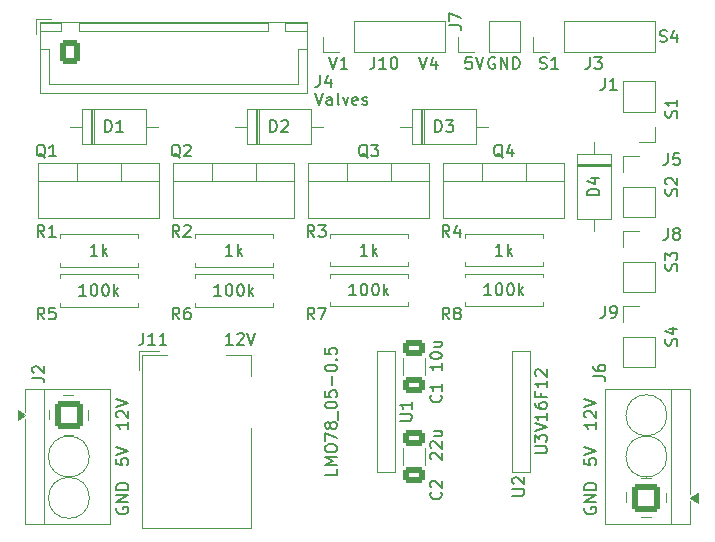
<source format=gto>
G04 #@! TF.GenerationSoftware,KiCad,Pcbnew,9.0.0*
G04 #@! TF.CreationDate,2025-03-07T23:57:34+01:00*
G04 #@! TF.ProjectId,pcb,7063622e-6b69-4636-9164-5f7063625858,rev?*
G04 #@! TF.SameCoordinates,Original*
G04 #@! TF.FileFunction,Legend,Top*
G04 #@! TF.FilePolarity,Positive*
%FSLAX46Y46*%
G04 Gerber Fmt 4.6, Leading zero omitted, Abs format (unit mm)*
G04 Created by KiCad (PCBNEW 9.0.0) date 2025-03-07 23:57:34*
%MOMM*%
%LPD*%
G01*
G04 APERTURE LIST*
G04 Aperture macros list*
%AMRoundRect*
0 Rectangle with rounded corners*
0 $1 Rounding radius*
0 $2 $3 $4 $5 $6 $7 $8 $9 X,Y pos of 4 corners*
0 Add a 4 corners polygon primitive as box body*
4,1,4,$2,$3,$4,$5,$6,$7,$8,$9,$2,$3,0*
0 Add four circle primitives for the rounded corners*
1,1,$1+$1,$2,$3*
1,1,$1+$1,$4,$5*
1,1,$1+$1,$6,$7*
1,1,$1+$1,$8,$9*
0 Add four rect primitives between the rounded corners*
20,1,$1+$1,$2,$3,$4,$5,0*
20,1,$1+$1,$4,$5,$6,$7,0*
20,1,$1+$1,$6,$7,$8,$9,0*
20,1,$1+$1,$8,$9,$2,$3,0*%
G04 Aperture macros list end*
%ADD10C,0.150000*%
%ADD11C,0.120000*%
%ADD12R,2.200000X2.200000*%
%ADD13O,2.200000X2.200000*%
%ADD14R,1.700000X1.700000*%
%ADD15O,1.700000X1.700000*%
%ADD16RoundRect,0.250000X-0.600000X-0.725000X0.600000X-0.725000X0.600000X0.725000X-0.600000X0.725000X0*%
%ADD17O,1.700000X1.950000*%
%ADD18R,2.000000X1.905000*%
%ADD19O,2.000000X1.905000*%
%ADD20O,1.905000X2.000000*%
%ADD21R,1.905000X2.000000*%
%ADD22C,1.600000*%
%ADD23O,1.600000X1.600000*%
%ADD24R,4.400000X1.800000*%
%ADD25O,4.000000X1.800000*%
%ADD26O,1.800000X4.000000*%
%ADD27RoundRect,0.250000X0.650000X-0.412500X0.650000X0.412500X-0.650000X0.412500X-0.650000X-0.412500X0*%
%ADD28RoundRect,0.250001X-0.949999X0.949999X-0.949999X-0.949999X0.949999X-0.949999X0.949999X0.949999X0*%
%ADD29C,2.400000*%
%ADD30RoundRect,0.250001X0.949999X-0.949999X0.949999X0.949999X-0.949999X0.949999X-0.949999X-0.949999X0*%
%ADD31RoundRect,0.250000X-0.650000X0.412500X-0.650000X-0.412500X0.650000X-0.412500X0.650000X0.412500X0*%
G04 APERTURE END LIST*
D10*
X142748095Y-41047200D02*
X142890952Y-41094819D01*
X142890952Y-41094819D02*
X143129047Y-41094819D01*
X143129047Y-41094819D02*
X143224285Y-41047200D01*
X143224285Y-41047200D02*
X143271904Y-40999580D01*
X143271904Y-40999580D02*
X143319523Y-40904342D01*
X143319523Y-40904342D02*
X143319523Y-40809104D01*
X143319523Y-40809104D02*
X143271904Y-40713866D01*
X143271904Y-40713866D02*
X143224285Y-40666247D01*
X143224285Y-40666247D02*
X143129047Y-40618628D01*
X143129047Y-40618628D02*
X142938571Y-40571009D01*
X142938571Y-40571009D02*
X142843333Y-40523390D01*
X142843333Y-40523390D02*
X142795714Y-40475771D01*
X142795714Y-40475771D02*
X142748095Y-40380533D01*
X142748095Y-40380533D02*
X142748095Y-40285295D01*
X142748095Y-40285295D02*
X142795714Y-40190057D01*
X142795714Y-40190057D02*
X142843333Y-40142438D01*
X142843333Y-40142438D02*
X142938571Y-40094819D01*
X142938571Y-40094819D02*
X143176666Y-40094819D01*
X143176666Y-40094819D02*
X143319523Y-40142438D01*
X144176666Y-40428152D02*
X144176666Y-41094819D01*
X143938571Y-40047200D02*
X143700476Y-40761485D01*
X143700476Y-40761485D02*
X144319523Y-40761485D01*
X97736819Y-73263047D02*
X97736819Y-73834475D01*
X97736819Y-73548761D02*
X96736819Y-73548761D01*
X96736819Y-73548761D02*
X96879676Y-73643999D01*
X96879676Y-73643999D02*
X96974914Y-73739237D01*
X96974914Y-73739237D02*
X97022533Y-73834475D01*
X96832057Y-72882094D02*
X96784438Y-72834475D01*
X96784438Y-72834475D02*
X96736819Y-72739237D01*
X96736819Y-72739237D02*
X96736819Y-72501142D01*
X96736819Y-72501142D02*
X96784438Y-72405904D01*
X96784438Y-72405904D02*
X96832057Y-72358285D01*
X96832057Y-72358285D02*
X96927295Y-72310666D01*
X96927295Y-72310666D02*
X97022533Y-72310666D01*
X97022533Y-72310666D02*
X97165390Y-72358285D01*
X97165390Y-72358285D02*
X97736819Y-72929713D01*
X97736819Y-72929713D02*
X97736819Y-72310666D01*
X96736819Y-72024951D02*
X97736819Y-71691618D01*
X97736819Y-71691618D02*
X96736819Y-71358285D01*
X122380476Y-42380819D02*
X122713809Y-43380819D01*
X122713809Y-43380819D02*
X123047142Y-42380819D01*
X123809047Y-42714152D02*
X123809047Y-43380819D01*
X123570952Y-42333200D02*
X123332857Y-43047485D01*
X123332857Y-43047485D02*
X123951904Y-43047485D01*
X132588095Y-43333200D02*
X132730952Y-43380819D01*
X132730952Y-43380819D02*
X132969047Y-43380819D01*
X132969047Y-43380819D02*
X133064285Y-43333200D01*
X133064285Y-43333200D02*
X133111904Y-43285580D01*
X133111904Y-43285580D02*
X133159523Y-43190342D01*
X133159523Y-43190342D02*
X133159523Y-43095104D01*
X133159523Y-43095104D02*
X133111904Y-42999866D01*
X133111904Y-42999866D02*
X133064285Y-42952247D01*
X133064285Y-42952247D02*
X132969047Y-42904628D01*
X132969047Y-42904628D02*
X132778571Y-42857009D01*
X132778571Y-42857009D02*
X132683333Y-42809390D01*
X132683333Y-42809390D02*
X132635714Y-42761771D01*
X132635714Y-42761771D02*
X132588095Y-42666533D01*
X132588095Y-42666533D02*
X132588095Y-42571295D01*
X132588095Y-42571295D02*
X132635714Y-42476057D01*
X132635714Y-42476057D02*
X132683333Y-42428438D01*
X132683333Y-42428438D02*
X132778571Y-42380819D01*
X132778571Y-42380819D02*
X133016666Y-42380819D01*
X133016666Y-42380819D02*
X133159523Y-42428438D01*
X134111904Y-43380819D02*
X133540476Y-43380819D01*
X133826190Y-43380819D02*
X133826190Y-42380819D01*
X133826190Y-42380819D02*
X133730952Y-42523676D01*
X133730952Y-42523676D02*
X133635714Y-42618914D01*
X133635714Y-42618914D02*
X133540476Y-42666533D01*
X106568952Y-66748819D02*
X105997524Y-66748819D01*
X106283238Y-66748819D02*
X106283238Y-65748819D01*
X106283238Y-65748819D02*
X106188000Y-65891676D01*
X106188000Y-65891676D02*
X106092762Y-65986914D01*
X106092762Y-65986914D02*
X105997524Y-66034533D01*
X106949905Y-65844057D02*
X106997524Y-65796438D01*
X106997524Y-65796438D02*
X107092762Y-65748819D01*
X107092762Y-65748819D02*
X107330857Y-65748819D01*
X107330857Y-65748819D02*
X107426095Y-65796438D01*
X107426095Y-65796438D02*
X107473714Y-65844057D01*
X107473714Y-65844057D02*
X107521333Y-65939295D01*
X107521333Y-65939295D02*
X107521333Y-66034533D01*
X107521333Y-66034533D02*
X107473714Y-66177390D01*
X107473714Y-66177390D02*
X106902286Y-66748819D01*
X106902286Y-66748819D02*
X107521333Y-66748819D01*
X107807048Y-65748819D02*
X108140381Y-66748819D01*
X108140381Y-66748819D02*
X108473714Y-65748819D01*
X137360819Y-73263047D02*
X137360819Y-73834475D01*
X137360819Y-73548761D02*
X136360819Y-73548761D01*
X136360819Y-73548761D02*
X136503676Y-73643999D01*
X136503676Y-73643999D02*
X136598914Y-73739237D01*
X136598914Y-73739237D02*
X136646533Y-73834475D01*
X136456057Y-72882094D02*
X136408438Y-72834475D01*
X136408438Y-72834475D02*
X136360819Y-72739237D01*
X136360819Y-72739237D02*
X136360819Y-72501142D01*
X136360819Y-72501142D02*
X136408438Y-72405904D01*
X136408438Y-72405904D02*
X136456057Y-72358285D01*
X136456057Y-72358285D02*
X136551295Y-72310666D01*
X136551295Y-72310666D02*
X136646533Y-72310666D01*
X136646533Y-72310666D02*
X136789390Y-72358285D01*
X136789390Y-72358285D02*
X137360819Y-72929713D01*
X137360819Y-72929713D02*
X137360819Y-72310666D01*
X136360819Y-72024951D02*
X137360819Y-71691618D01*
X137360819Y-71691618D02*
X136360819Y-71358285D01*
X114760476Y-42380819D02*
X115093809Y-43380819D01*
X115093809Y-43380819D02*
X115427142Y-42380819D01*
X116284285Y-43380819D02*
X115712857Y-43380819D01*
X115998571Y-43380819D02*
X115998571Y-42380819D01*
X115998571Y-42380819D02*
X115903333Y-42523676D01*
X115903333Y-42523676D02*
X115808095Y-42618914D01*
X115808095Y-42618914D02*
X115712857Y-42666533D01*
X126809523Y-42380819D02*
X126333333Y-42380819D01*
X126333333Y-42380819D02*
X126285714Y-42857009D01*
X126285714Y-42857009D02*
X126333333Y-42809390D01*
X126333333Y-42809390D02*
X126428571Y-42761771D01*
X126428571Y-42761771D02*
X126666666Y-42761771D01*
X126666666Y-42761771D02*
X126761904Y-42809390D01*
X126761904Y-42809390D02*
X126809523Y-42857009D01*
X126809523Y-42857009D02*
X126857142Y-42952247D01*
X126857142Y-42952247D02*
X126857142Y-43190342D01*
X126857142Y-43190342D02*
X126809523Y-43285580D01*
X126809523Y-43285580D02*
X126761904Y-43333200D01*
X126761904Y-43333200D02*
X126666666Y-43380819D01*
X126666666Y-43380819D02*
X126428571Y-43380819D01*
X126428571Y-43380819D02*
X126333333Y-43333200D01*
X126333333Y-43333200D02*
X126285714Y-43285580D01*
X127142857Y-42380819D02*
X127476190Y-43380819D01*
X127476190Y-43380819D02*
X127809523Y-42380819D01*
X136360819Y-76390476D02*
X136360819Y-76866666D01*
X136360819Y-76866666D02*
X136837009Y-76914285D01*
X136837009Y-76914285D02*
X136789390Y-76866666D01*
X136789390Y-76866666D02*
X136741771Y-76771428D01*
X136741771Y-76771428D02*
X136741771Y-76533333D01*
X136741771Y-76533333D02*
X136789390Y-76438095D01*
X136789390Y-76438095D02*
X136837009Y-76390476D01*
X136837009Y-76390476D02*
X136932247Y-76342857D01*
X136932247Y-76342857D02*
X137170342Y-76342857D01*
X137170342Y-76342857D02*
X137265580Y-76390476D01*
X137265580Y-76390476D02*
X137313200Y-76438095D01*
X137313200Y-76438095D02*
X137360819Y-76533333D01*
X137360819Y-76533333D02*
X137360819Y-76771428D01*
X137360819Y-76771428D02*
X137313200Y-76866666D01*
X137313200Y-76866666D02*
X137265580Y-76914285D01*
X136360819Y-76057142D02*
X137360819Y-75723809D01*
X137360819Y-75723809D02*
X136360819Y-75390476D01*
X96736819Y-76390476D02*
X96736819Y-76866666D01*
X96736819Y-76866666D02*
X97213009Y-76914285D01*
X97213009Y-76914285D02*
X97165390Y-76866666D01*
X97165390Y-76866666D02*
X97117771Y-76771428D01*
X97117771Y-76771428D02*
X97117771Y-76533333D01*
X97117771Y-76533333D02*
X97165390Y-76438095D01*
X97165390Y-76438095D02*
X97213009Y-76390476D01*
X97213009Y-76390476D02*
X97308247Y-76342857D01*
X97308247Y-76342857D02*
X97546342Y-76342857D01*
X97546342Y-76342857D02*
X97641580Y-76390476D01*
X97641580Y-76390476D02*
X97689200Y-76438095D01*
X97689200Y-76438095D02*
X97736819Y-76533333D01*
X97736819Y-76533333D02*
X97736819Y-76771428D01*
X97736819Y-76771428D02*
X97689200Y-76866666D01*
X97689200Y-76866666D02*
X97641580Y-76914285D01*
X96736819Y-76057142D02*
X97736819Y-75723809D01*
X97736819Y-75723809D02*
X96736819Y-75390476D01*
X128778095Y-42428438D02*
X128682857Y-42380819D01*
X128682857Y-42380819D02*
X128540000Y-42380819D01*
X128540000Y-42380819D02*
X128397143Y-42428438D01*
X128397143Y-42428438D02*
X128301905Y-42523676D01*
X128301905Y-42523676D02*
X128254286Y-42618914D01*
X128254286Y-42618914D02*
X128206667Y-42809390D01*
X128206667Y-42809390D02*
X128206667Y-42952247D01*
X128206667Y-42952247D02*
X128254286Y-43142723D01*
X128254286Y-43142723D02*
X128301905Y-43237961D01*
X128301905Y-43237961D02*
X128397143Y-43333200D01*
X128397143Y-43333200D02*
X128540000Y-43380819D01*
X128540000Y-43380819D02*
X128635238Y-43380819D01*
X128635238Y-43380819D02*
X128778095Y-43333200D01*
X128778095Y-43333200D02*
X128825714Y-43285580D01*
X128825714Y-43285580D02*
X128825714Y-42952247D01*
X128825714Y-42952247D02*
X128635238Y-42952247D01*
X129254286Y-43380819D02*
X129254286Y-42380819D01*
X129254286Y-42380819D02*
X129825714Y-43380819D01*
X129825714Y-43380819D02*
X129825714Y-42380819D01*
X130301905Y-43380819D02*
X130301905Y-42380819D01*
X130301905Y-42380819D02*
X130540000Y-42380819D01*
X130540000Y-42380819D02*
X130682857Y-42428438D01*
X130682857Y-42428438D02*
X130778095Y-42523676D01*
X130778095Y-42523676D02*
X130825714Y-42618914D01*
X130825714Y-42618914D02*
X130873333Y-42809390D01*
X130873333Y-42809390D02*
X130873333Y-42952247D01*
X130873333Y-42952247D02*
X130825714Y-43142723D01*
X130825714Y-43142723D02*
X130778095Y-43237961D01*
X130778095Y-43237961D02*
X130682857Y-43333200D01*
X130682857Y-43333200D02*
X130540000Y-43380819D01*
X130540000Y-43380819D02*
X130301905Y-43380819D01*
X136408438Y-80517904D02*
X136360819Y-80613142D01*
X136360819Y-80613142D02*
X136360819Y-80755999D01*
X136360819Y-80755999D02*
X136408438Y-80898856D01*
X136408438Y-80898856D02*
X136503676Y-80994094D01*
X136503676Y-80994094D02*
X136598914Y-81041713D01*
X136598914Y-81041713D02*
X136789390Y-81089332D01*
X136789390Y-81089332D02*
X136932247Y-81089332D01*
X136932247Y-81089332D02*
X137122723Y-81041713D01*
X137122723Y-81041713D02*
X137217961Y-80994094D01*
X137217961Y-80994094D02*
X137313200Y-80898856D01*
X137313200Y-80898856D02*
X137360819Y-80755999D01*
X137360819Y-80755999D02*
X137360819Y-80660761D01*
X137360819Y-80660761D02*
X137313200Y-80517904D01*
X137313200Y-80517904D02*
X137265580Y-80470285D01*
X137265580Y-80470285D02*
X136932247Y-80470285D01*
X136932247Y-80470285D02*
X136932247Y-80660761D01*
X137360819Y-80041713D02*
X136360819Y-80041713D01*
X136360819Y-80041713D02*
X137360819Y-79470285D01*
X137360819Y-79470285D02*
X136360819Y-79470285D01*
X137360819Y-78994094D02*
X136360819Y-78994094D01*
X136360819Y-78994094D02*
X136360819Y-78755999D01*
X136360819Y-78755999D02*
X136408438Y-78613142D01*
X136408438Y-78613142D02*
X136503676Y-78517904D01*
X136503676Y-78517904D02*
X136598914Y-78470285D01*
X136598914Y-78470285D02*
X136789390Y-78422666D01*
X136789390Y-78422666D02*
X136932247Y-78422666D01*
X136932247Y-78422666D02*
X137122723Y-78470285D01*
X137122723Y-78470285D02*
X137217961Y-78517904D01*
X137217961Y-78517904D02*
X137313200Y-78613142D01*
X137313200Y-78613142D02*
X137360819Y-78755999D01*
X137360819Y-78755999D02*
X137360819Y-78994094D01*
X96784438Y-80517904D02*
X96736819Y-80613142D01*
X96736819Y-80613142D02*
X96736819Y-80755999D01*
X96736819Y-80755999D02*
X96784438Y-80898856D01*
X96784438Y-80898856D02*
X96879676Y-80994094D01*
X96879676Y-80994094D02*
X96974914Y-81041713D01*
X96974914Y-81041713D02*
X97165390Y-81089332D01*
X97165390Y-81089332D02*
X97308247Y-81089332D01*
X97308247Y-81089332D02*
X97498723Y-81041713D01*
X97498723Y-81041713D02*
X97593961Y-80994094D01*
X97593961Y-80994094D02*
X97689200Y-80898856D01*
X97689200Y-80898856D02*
X97736819Y-80755999D01*
X97736819Y-80755999D02*
X97736819Y-80660761D01*
X97736819Y-80660761D02*
X97689200Y-80517904D01*
X97689200Y-80517904D02*
X97641580Y-80470285D01*
X97641580Y-80470285D02*
X97308247Y-80470285D01*
X97308247Y-80470285D02*
X97308247Y-80660761D01*
X97736819Y-80041713D02*
X96736819Y-80041713D01*
X96736819Y-80041713D02*
X97736819Y-79470285D01*
X97736819Y-79470285D02*
X96736819Y-79470285D01*
X97736819Y-78994094D02*
X96736819Y-78994094D01*
X96736819Y-78994094D02*
X96736819Y-78755999D01*
X96736819Y-78755999D02*
X96784438Y-78613142D01*
X96784438Y-78613142D02*
X96879676Y-78517904D01*
X96879676Y-78517904D02*
X96974914Y-78470285D01*
X96974914Y-78470285D02*
X97165390Y-78422666D01*
X97165390Y-78422666D02*
X97308247Y-78422666D01*
X97308247Y-78422666D02*
X97498723Y-78470285D01*
X97498723Y-78470285D02*
X97593961Y-78517904D01*
X97593961Y-78517904D02*
X97689200Y-78613142D01*
X97689200Y-78613142D02*
X97736819Y-78755999D01*
X97736819Y-78755999D02*
X97736819Y-78994094D01*
X95781905Y-48714819D02*
X95781905Y-47714819D01*
X95781905Y-47714819D02*
X96020000Y-47714819D01*
X96020000Y-47714819D02*
X96162857Y-47762438D01*
X96162857Y-47762438D02*
X96258095Y-47857676D01*
X96258095Y-47857676D02*
X96305714Y-47952914D01*
X96305714Y-47952914D02*
X96353333Y-48143390D01*
X96353333Y-48143390D02*
X96353333Y-48286247D01*
X96353333Y-48286247D02*
X96305714Y-48476723D01*
X96305714Y-48476723D02*
X96258095Y-48571961D01*
X96258095Y-48571961D02*
X96162857Y-48667200D01*
X96162857Y-48667200D02*
X96020000Y-48714819D01*
X96020000Y-48714819D02*
X95781905Y-48714819D01*
X97305714Y-48714819D02*
X96734286Y-48714819D01*
X97020000Y-48714819D02*
X97020000Y-47714819D01*
X97020000Y-47714819D02*
X96924762Y-47857676D01*
X96924762Y-47857676D02*
X96829524Y-47952914D01*
X96829524Y-47952914D02*
X96734286Y-48000533D01*
X109751905Y-48714819D02*
X109751905Y-47714819D01*
X109751905Y-47714819D02*
X109990000Y-47714819D01*
X109990000Y-47714819D02*
X110132857Y-47762438D01*
X110132857Y-47762438D02*
X110228095Y-47857676D01*
X110228095Y-47857676D02*
X110275714Y-47952914D01*
X110275714Y-47952914D02*
X110323333Y-48143390D01*
X110323333Y-48143390D02*
X110323333Y-48286247D01*
X110323333Y-48286247D02*
X110275714Y-48476723D01*
X110275714Y-48476723D02*
X110228095Y-48571961D01*
X110228095Y-48571961D02*
X110132857Y-48667200D01*
X110132857Y-48667200D02*
X109990000Y-48714819D01*
X109990000Y-48714819D02*
X109751905Y-48714819D01*
X110704286Y-47810057D02*
X110751905Y-47762438D01*
X110751905Y-47762438D02*
X110847143Y-47714819D01*
X110847143Y-47714819D02*
X111085238Y-47714819D01*
X111085238Y-47714819D02*
X111180476Y-47762438D01*
X111180476Y-47762438D02*
X111228095Y-47810057D01*
X111228095Y-47810057D02*
X111275714Y-47905295D01*
X111275714Y-47905295D02*
X111275714Y-48000533D01*
X111275714Y-48000533D02*
X111228095Y-48143390D01*
X111228095Y-48143390D02*
X110656667Y-48714819D01*
X110656667Y-48714819D02*
X111275714Y-48714819D01*
X138096666Y-63462819D02*
X138096666Y-64177104D01*
X138096666Y-64177104D02*
X138049047Y-64319961D01*
X138049047Y-64319961D02*
X137953809Y-64415200D01*
X137953809Y-64415200D02*
X137810952Y-64462819D01*
X137810952Y-64462819D02*
X137715714Y-64462819D01*
X138620476Y-64462819D02*
X138810952Y-64462819D01*
X138810952Y-64462819D02*
X138906190Y-64415200D01*
X138906190Y-64415200D02*
X138953809Y-64367580D01*
X138953809Y-64367580D02*
X139049047Y-64224723D01*
X139049047Y-64224723D02*
X139096666Y-64034247D01*
X139096666Y-64034247D02*
X139096666Y-63653295D01*
X139096666Y-63653295D02*
X139049047Y-63558057D01*
X139049047Y-63558057D02*
X139001428Y-63510438D01*
X139001428Y-63510438D02*
X138906190Y-63462819D01*
X138906190Y-63462819D02*
X138715714Y-63462819D01*
X138715714Y-63462819D02*
X138620476Y-63510438D01*
X138620476Y-63510438D02*
X138572857Y-63558057D01*
X138572857Y-63558057D02*
X138525238Y-63653295D01*
X138525238Y-63653295D02*
X138525238Y-63891390D01*
X138525238Y-63891390D02*
X138572857Y-63986628D01*
X138572857Y-63986628D02*
X138620476Y-64034247D01*
X138620476Y-64034247D02*
X138715714Y-64081866D01*
X138715714Y-64081866D02*
X138906190Y-64081866D01*
X138906190Y-64081866D02*
X139001428Y-64034247D01*
X139001428Y-64034247D02*
X139049047Y-63986628D01*
X139049047Y-63986628D02*
X139096666Y-63891390D01*
X144171200Y-66801904D02*
X144218819Y-66659047D01*
X144218819Y-66659047D02*
X144218819Y-66420952D01*
X144218819Y-66420952D02*
X144171200Y-66325714D01*
X144171200Y-66325714D02*
X144123580Y-66278095D01*
X144123580Y-66278095D02*
X144028342Y-66230476D01*
X144028342Y-66230476D02*
X143933104Y-66230476D01*
X143933104Y-66230476D02*
X143837866Y-66278095D01*
X143837866Y-66278095D02*
X143790247Y-66325714D01*
X143790247Y-66325714D02*
X143742628Y-66420952D01*
X143742628Y-66420952D02*
X143695009Y-66611428D01*
X143695009Y-66611428D02*
X143647390Y-66706666D01*
X143647390Y-66706666D02*
X143599771Y-66754285D01*
X143599771Y-66754285D02*
X143504533Y-66801904D01*
X143504533Y-66801904D02*
X143409295Y-66801904D01*
X143409295Y-66801904D02*
X143314057Y-66754285D01*
X143314057Y-66754285D02*
X143266438Y-66706666D01*
X143266438Y-66706666D02*
X143218819Y-66611428D01*
X143218819Y-66611428D02*
X143218819Y-66373333D01*
X143218819Y-66373333D02*
X143266438Y-66230476D01*
X143552152Y-65373333D02*
X144218819Y-65373333D01*
X143171200Y-65611428D02*
X143885485Y-65849523D01*
X143885485Y-65849523D02*
X143885485Y-65230476D01*
X113966666Y-43904819D02*
X113966666Y-44619104D01*
X113966666Y-44619104D02*
X113919047Y-44761961D01*
X113919047Y-44761961D02*
X113823809Y-44857200D01*
X113823809Y-44857200D02*
X113680952Y-44904819D01*
X113680952Y-44904819D02*
X113585714Y-44904819D01*
X114871428Y-44238152D02*
X114871428Y-44904819D01*
X114633333Y-43857200D02*
X114395238Y-44571485D01*
X114395238Y-44571485D02*
X115014285Y-44571485D01*
X113562095Y-45428819D02*
X113895428Y-46428819D01*
X113895428Y-46428819D02*
X114228761Y-45428819D01*
X114990666Y-46428819D02*
X114990666Y-45905009D01*
X114990666Y-45905009D02*
X114943047Y-45809771D01*
X114943047Y-45809771D02*
X114847809Y-45762152D01*
X114847809Y-45762152D02*
X114657333Y-45762152D01*
X114657333Y-45762152D02*
X114562095Y-45809771D01*
X114990666Y-46381200D02*
X114895428Y-46428819D01*
X114895428Y-46428819D02*
X114657333Y-46428819D01*
X114657333Y-46428819D02*
X114562095Y-46381200D01*
X114562095Y-46381200D02*
X114514476Y-46285961D01*
X114514476Y-46285961D02*
X114514476Y-46190723D01*
X114514476Y-46190723D02*
X114562095Y-46095485D01*
X114562095Y-46095485D02*
X114657333Y-46047866D01*
X114657333Y-46047866D02*
X114895428Y-46047866D01*
X114895428Y-46047866D02*
X114990666Y-46000247D01*
X115609714Y-46428819D02*
X115514476Y-46381200D01*
X115514476Y-46381200D02*
X115466857Y-46285961D01*
X115466857Y-46285961D02*
X115466857Y-45428819D01*
X115895429Y-45762152D02*
X116133524Y-46428819D01*
X116133524Y-46428819D02*
X116371619Y-45762152D01*
X117133524Y-46381200D02*
X117038286Y-46428819D01*
X117038286Y-46428819D02*
X116847810Y-46428819D01*
X116847810Y-46428819D02*
X116752572Y-46381200D01*
X116752572Y-46381200D02*
X116704953Y-46285961D01*
X116704953Y-46285961D02*
X116704953Y-45905009D01*
X116704953Y-45905009D02*
X116752572Y-45809771D01*
X116752572Y-45809771D02*
X116847810Y-45762152D01*
X116847810Y-45762152D02*
X117038286Y-45762152D01*
X117038286Y-45762152D02*
X117133524Y-45809771D01*
X117133524Y-45809771D02*
X117181143Y-45905009D01*
X117181143Y-45905009D02*
X117181143Y-46000247D01*
X117181143Y-46000247D02*
X116704953Y-46095485D01*
X117562096Y-46381200D02*
X117657334Y-46428819D01*
X117657334Y-46428819D02*
X117847810Y-46428819D01*
X117847810Y-46428819D02*
X117943048Y-46381200D01*
X117943048Y-46381200D02*
X117990667Y-46285961D01*
X117990667Y-46285961D02*
X117990667Y-46238342D01*
X117990667Y-46238342D02*
X117943048Y-46143104D01*
X117943048Y-46143104D02*
X117847810Y-46095485D01*
X117847810Y-46095485D02*
X117704953Y-46095485D01*
X117704953Y-46095485D02*
X117609715Y-46047866D01*
X117609715Y-46047866D02*
X117562096Y-45952628D01*
X117562096Y-45952628D02*
X117562096Y-45905009D01*
X117562096Y-45905009D02*
X117609715Y-45809771D01*
X117609715Y-45809771D02*
X117704953Y-45762152D01*
X117704953Y-45762152D02*
X117847810Y-45762152D01*
X117847810Y-45762152D02*
X117943048Y-45809771D01*
X138096666Y-44158819D02*
X138096666Y-44873104D01*
X138096666Y-44873104D02*
X138049047Y-45015961D01*
X138049047Y-45015961D02*
X137953809Y-45111200D01*
X137953809Y-45111200D02*
X137810952Y-45158819D01*
X137810952Y-45158819D02*
X137715714Y-45158819D01*
X139096666Y-45158819D02*
X138525238Y-45158819D01*
X138810952Y-45158819D02*
X138810952Y-44158819D01*
X138810952Y-44158819D02*
X138715714Y-44301676D01*
X138715714Y-44301676D02*
X138620476Y-44396914D01*
X138620476Y-44396914D02*
X138525238Y-44444533D01*
X144171200Y-47497904D02*
X144218819Y-47355047D01*
X144218819Y-47355047D02*
X144218819Y-47116952D01*
X144218819Y-47116952D02*
X144171200Y-47021714D01*
X144171200Y-47021714D02*
X144123580Y-46974095D01*
X144123580Y-46974095D02*
X144028342Y-46926476D01*
X144028342Y-46926476D02*
X143933104Y-46926476D01*
X143933104Y-46926476D02*
X143837866Y-46974095D01*
X143837866Y-46974095D02*
X143790247Y-47021714D01*
X143790247Y-47021714D02*
X143742628Y-47116952D01*
X143742628Y-47116952D02*
X143695009Y-47307428D01*
X143695009Y-47307428D02*
X143647390Y-47402666D01*
X143647390Y-47402666D02*
X143599771Y-47450285D01*
X143599771Y-47450285D02*
X143504533Y-47497904D01*
X143504533Y-47497904D02*
X143409295Y-47497904D01*
X143409295Y-47497904D02*
X143314057Y-47450285D01*
X143314057Y-47450285D02*
X143266438Y-47402666D01*
X143266438Y-47402666D02*
X143218819Y-47307428D01*
X143218819Y-47307428D02*
X143218819Y-47069333D01*
X143218819Y-47069333D02*
X143266438Y-46926476D01*
X144218819Y-45974095D02*
X144218819Y-46545523D01*
X144218819Y-46259809D02*
X143218819Y-46259809D01*
X143218819Y-46259809D02*
X143361676Y-46355047D01*
X143361676Y-46355047D02*
X143456914Y-46450285D01*
X143456914Y-46450285D02*
X143504533Y-46545523D01*
X120739819Y-73151904D02*
X121549342Y-73151904D01*
X121549342Y-73151904D02*
X121644580Y-73104285D01*
X121644580Y-73104285D02*
X121692200Y-73056666D01*
X121692200Y-73056666D02*
X121739819Y-72961428D01*
X121739819Y-72961428D02*
X121739819Y-72770952D01*
X121739819Y-72770952D02*
X121692200Y-72675714D01*
X121692200Y-72675714D02*
X121644580Y-72628095D01*
X121644580Y-72628095D02*
X121549342Y-72580476D01*
X121549342Y-72580476D02*
X120739819Y-72580476D01*
X121739819Y-71580476D02*
X121739819Y-72151904D01*
X121739819Y-71866190D02*
X120739819Y-71866190D01*
X120739819Y-71866190D02*
X120882676Y-71961428D01*
X120882676Y-71961428D02*
X120977914Y-72056666D01*
X120977914Y-72056666D02*
X121025533Y-72151904D01*
X115389819Y-77270952D02*
X115389819Y-77747142D01*
X115389819Y-77747142D02*
X114389819Y-77747142D01*
X115389819Y-76937618D02*
X114389819Y-76937618D01*
X114389819Y-76937618D02*
X115104104Y-76604285D01*
X115104104Y-76604285D02*
X114389819Y-76270952D01*
X114389819Y-76270952D02*
X115389819Y-76270952D01*
X114389819Y-75604285D02*
X114389819Y-75413809D01*
X114389819Y-75413809D02*
X114437438Y-75318571D01*
X114437438Y-75318571D02*
X114532676Y-75223333D01*
X114532676Y-75223333D02*
X114723152Y-75175714D01*
X114723152Y-75175714D02*
X115056485Y-75175714D01*
X115056485Y-75175714D02*
X115246961Y-75223333D01*
X115246961Y-75223333D02*
X115342200Y-75318571D01*
X115342200Y-75318571D02*
X115389819Y-75413809D01*
X115389819Y-75413809D02*
X115389819Y-75604285D01*
X115389819Y-75604285D02*
X115342200Y-75699523D01*
X115342200Y-75699523D02*
X115246961Y-75794761D01*
X115246961Y-75794761D02*
X115056485Y-75842380D01*
X115056485Y-75842380D02*
X114723152Y-75842380D01*
X114723152Y-75842380D02*
X114532676Y-75794761D01*
X114532676Y-75794761D02*
X114437438Y-75699523D01*
X114437438Y-75699523D02*
X114389819Y-75604285D01*
X114389819Y-74842380D02*
X114389819Y-74175714D01*
X114389819Y-74175714D02*
X115389819Y-74604285D01*
X114818390Y-73651904D02*
X114770771Y-73747142D01*
X114770771Y-73747142D02*
X114723152Y-73794761D01*
X114723152Y-73794761D02*
X114627914Y-73842380D01*
X114627914Y-73842380D02*
X114580295Y-73842380D01*
X114580295Y-73842380D02*
X114485057Y-73794761D01*
X114485057Y-73794761D02*
X114437438Y-73747142D01*
X114437438Y-73747142D02*
X114389819Y-73651904D01*
X114389819Y-73651904D02*
X114389819Y-73461428D01*
X114389819Y-73461428D02*
X114437438Y-73366190D01*
X114437438Y-73366190D02*
X114485057Y-73318571D01*
X114485057Y-73318571D02*
X114580295Y-73270952D01*
X114580295Y-73270952D02*
X114627914Y-73270952D01*
X114627914Y-73270952D02*
X114723152Y-73318571D01*
X114723152Y-73318571D02*
X114770771Y-73366190D01*
X114770771Y-73366190D02*
X114818390Y-73461428D01*
X114818390Y-73461428D02*
X114818390Y-73651904D01*
X114818390Y-73651904D02*
X114866009Y-73747142D01*
X114866009Y-73747142D02*
X114913628Y-73794761D01*
X114913628Y-73794761D02*
X115008866Y-73842380D01*
X115008866Y-73842380D02*
X115199342Y-73842380D01*
X115199342Y-73842380D02*
X115294580Y-73794761D01*
X115294580Y-73794761D02*
X115342200Y-73747142D01*
X115342200Y-73747142D02*
X115389819Y-73651904D01*
X115389819Y-73651904D02*
X115389819Y-73461428D01*
X115389819Y-73461428D02*
X115342200Y-73366190D01*
X115342200Y-73366190D02*
X115294580Y-73318571D01*
X115294580Y-73318571D02*
X115199342Y-73270952D01*
X115199342Y-73270952D02*
X115008866Y-73270952D01*
X115008866Y-73270952D02*
X114913628Y-73318571D01*
X114913628Y-73318571D02*
X114866009Y-73366190D01*
X114866009Y-73366190D02*
X114818390Y-73461428D01*
X115485057Y-73080476D02*
X115485057Y-72318571D01*
X114389819Y-71889999D02*
X114389819Y-71794761D01*
X114389819Y-71794761D02*
X114437438Y-71699523D01*
X114437438Y-71699523D02*
X114485057Y-71651904D01*
X114485057Y-71651904D02*
X114580295Y-71604285D01*
X114580295Y-71604285D02*
X114770771Y-71556666D01*
X114770771Y-71556666D02*
X115008866Y-71556666D01*
X115008866Y-71556666D02*
X115199342Y-71604285D01*
X115199342Y-71604285D02*
X115294580Y-71651904D01*
X115294580Y-71651904D02*
X115342200Y-71699523D01*
X115342200Y-71699523D02*
X115389819Y-71794761D01*
X115389819Y-71794761D02*
X115389819Y-71889999D01*
X115389819Y-71889999D02*
X115342200Y-71985237D01*
X115342200Y-71985237D02*
X115294580Y-72032856D01*
X115294580Y-72032856D02*
X115199342Y-72080475D01*
X115199342Y-72080475D02*
X115008866Y-72128094D01*
X115008866Y-72128094D02*
X114770771Y-72128094D01*
X114770771Y-72128094D02*
X114580295Y-72080475D01*
X114580295Y-72080475D02*
X114485057Y-72032856D01*
X114485057Y-72032856D02*
X114437438Y-71985237D01*
X114437438Y-71985237D02*
X114389819Y-71889999D01*
X114389819Y-70651904D02*
X114389819Y-71128094D01*
X114389819Y-71128094D02*
X114866009Y-71175713D01*
X114866009Y-71175713D02*
X114818390Y-71128094D01*
X114818390Y-71128094D02*
X114770771Y-71032856D01*
X114770771Y-71032856D02*
X114770771Y-70794761D01*
X114770771Y-70794761D02*
X114818390Y-70699523D01*
X114818390Y-70699523D02*
X114866009Y-70651904D01*
X114866009Y-70651904D02*
X114961247Y-70604285D01*
X114961247Y-70604285D02*
X115199342Y-70604285D01*
X115199342Y-70604285D02*
X115294580Y-70651904D01*
X115294580Y-70651904D02*
X115342200Y-70699523D01*
X115342200Y-70699523D02*
X115389819Y-70794761D01*
X115389819Y-70794761D02*
X115389819Y-71032856D01*
X115389819Y-71032856D02*
X115342200Y-71128094D01*
X115342200Y-71128094D02*
X115294580Y-71175713D01*
X115008866Y-70175713D02*
X115008866Y-69413809D01*
X114389819Y-68747142D02*
X114389819Y-68651904D01*
X114389819Y-68651904D02*
X114437438Y-68556666D01*
X114437438Y-68556666D02*
X114485057Y-68509047D01*
X114485057Y-68509047D02*
X114580295Y-68461428D01*
X114580295Y-68461428D02*
X114770771Y-68413809D01*
X114770771Y-68413809D02*
X115008866Y-68413809D01*
X115008866Y-68413809D02*
X115199342Y-68461428D01*
X115199342Y-68461428D02*
X115294580Y-68509047D01*
X115294580Y-68509047D02*
X115342200Y-68556666D01*
X115342200Y-68556666D02*
X115389819Y-68651904D01*
X115389819Y-68651904D02*
X115389819Y-68747142D01*
X115389819Y-68747142D02*
X115342200Y-68842380D01*
X115342200Y-68842380D02*
X115294580Y-68889999D01*
X115294580Y-68889999D02*
X115199342Y-68937618D01*
X115199342Y-68937618D02*
X115008866Y-68985237D01*
X115008866Y-68985237D02*
X114770771Y-68985237D01*
X114770771Y-68985237D02*
X114580295Y-68937618D01*
X114580295Y-68937618D02*
X114485057Y-68889999D01*
X114485057Y-68889999D02*
X114437438Y-68842380D01*
X114437438Y-68842380D02*
X114389819Y-68747142D01*
X115294580Y-67985237D02*
X115342200Y-67937618D01*
X115342200Y-67937618D02*
X115389819Y-67985237D01*
X115389819Y-67985237D02*
X115342200Y-68032856D01*
X115342200Y-68032856D02*
X115294580Y-67985237D01*
X115294580Y-67985237D02*
X115389819Y-67985237D01*
X114389819Y-67032857D02*
X114389819Y-67509047D01*
X114389819Y-67509047D02*
X114866009Y-67556666D01*
X114866009Y-67556666D02*
X114818390Y-67509047D01*
X114818390Y-67509047D02*
X114770771Y-67413809D01*
X114770771Y-67413809D02*
X114770771Y-67175714D01*
X114770771Y-67175714D02*
X114818390Y-67080476D01*
X114818390Y-67080476D02*
X114866009Y-67032857D01*
X114866009Y-67032857D02*
X114961247Y-66985238D01*
X114961247Y-66985238D02*
X115199342Y-66985238D01*
X115199342Y-66985238D02*
X115294580Y-67032857D01*
X115294580Y-67032857D02*
X115342200Y-67080476D01*
X115342200Y-67080476D02*
X115389819Y-67175714D01*
X115389819Y-67175714D02*
X115389819Y-67413809D01*
X115389819Y-67413809D02*
X115342200Y-67509047D01*
X115342200Y-67509047D02*
X115294580Y-67556666D01*
X90709761Y-50890057D02*
X90614523Y-50842438D01*
X90614523Y-50842438D02*
X90519285Y-50747200D01*
X90519285Y-50747200D02*
X90376428Y-50604342D01*
X90376428Y-50604342D02*
X90281190Y-50556723D01*
X90281190Y-50556723D02*
X90185952Y-50556723D01*
X90233571Y-50794819D02*
X90138333Y-50747200D01*
X90138333Y-50747200D02*
X90043095Y-50651961D01*
X90043095Y-50651961D02*
X89995476Y-50461485D01*
X89995476Y-50461485D02*
X89995476Y-50128152D01*
X89995476Y-50128152D02*
X90043095Y-49937676D01*
X90043095Y-49937676D02*
X90138333Y-49842438D01*
X90138333Y-49842438D02*
X90233571Y-49794819D01*
X90233571Y-49794819D02*
X90424047Y-49794819D01*
X90424047Y-49794819D02*
X90519285Y-49842438D01*
X90519285Y-49842438D02*
X90614523Y-49937676D01*
X90614523Y-49937676D02*
X90662142Y-50128152D01*
X90662142Y-50128152D02*
X90662142Y-50461485D01*
X90662142Y-50461485D02*
X90614523Y-50651961D01*
X90614523Y-50651961D02*
X90519285Y-50747200D01*
X90519285Y-50747200D02*
X90424047Y-50794819D01*
X90424047Y-50794819D02*
X90233571Y-50794819D01*
X91614523Y-50794819D02*
X91043095Y-50794819D01*
X91328809Y-50794819D02*
X91328809Y-49794819D01*
X91328809Y-49794819D02*
X91233571Y-49937676D01*
X91233571Y-49937676D02*
X91138333Y-50032914D01*
X91138333Y-50032914D02*
X91043095Y-50080533D01*
X113498333Y-64589819D02*
X113165000Y-64113628D01*
X112926905Y-64589819D02*
X112926905Y-63589819D01*
X112926905Y-63589819D02*
X113307857Y-63589819D01*
X113307857Y-63589819D02*
X113403095Y-63637438D01*
X113403095Y-63637438D02*
X113450714Y-63685057D01*
X113450714Y-63685057D02*
X113498333Y-63780295D01*
X113498333Y-63780295D02*
X113498333Y-63923152D01*
X113498333Y-63923152D02*
X113450714Y-64018390D01*
X113450714Y-64018390D02*
X113403095Y-64066009D01*
X113403095Y-64066009D02*
X113307857Y-64113628D01*
X113307857Y-64113628D02*
X112926905Y-64113628D01*
X113831667Y-63589819D02*
X114498333Y-63589819D01*
X114498333Y-63589819D02*
X114069762Y-64589819D01*
X117038571Y-62557819D02*
X116467143Y-62557819D01*
X116752857Y-62557819D02*
X116752857Y-61557819D01*
X116752857Y-61557819D02*
X116657619Y-61700676D01*
X116657619Y-61700676D02*
X116562381Y-61795914D01*
X116562381Y-61795914D02*
X116467143Y-61843533D01*
X117657619Y-61557819D02*
X117752857Y-61557819D01*
X117752857Y-61557819D02*
X117848095Y-61605438D01*
X117848095Y-61605438D02*
X117895714Y-61653057D01*
X117895714Y-61653057D02*
X117943333Y-61748295D01*
X117943333Y-61748295D02*
X117990952Y-61938771D01*
X117990952Y-61938771D02*
X117990952Y-62176866D01*
X117990952Y-62176866D02*
X117943333Y-62367342D01*
X117943333Y-62367342D02*
X117895714Y-62462580D01*
X117895714Y-62462580D02*
X117848095Y-62510200D01*
X117848095Y-62510200D02*
X117752857Y-62557819D01*
X117752857Y-62557819D02*
X117657619Y-62557819D01*
X117657619Y-62557819D02*
X117562381Y-62510200D01*
X117562381Y-62510200D02*
X117514762Y-62462580D01*
X117514762Y-62462580D02*
X117467143Y-62367342D01*
X117467143Y-62367342D02*
X117419524Y-62176866D01*
X117419524Y-62176866D02*
X117419524Y-61938771D01*
X117419524Y-61938771D02*
X117467143Y-61748295D01*
X117467143Y-61748295D02*
X117514762Y-61653057D01*
X117514762Y-61653057D02*
X117562381Y-61605438D01*
X117562381Y-61605438D02*
X117657619Y-61557819D01*
X118610000Y-61557819D02*
X118705238Y-61557819D01*
X118705238Y-61557819D02*
X118800476Y-61605438D01*
X118800476Y-61605438D02*
X118848095Y-61653057D01*
X118848095Y-61653057D02*
X118895714Y-61748295D01*
X118895714Y-61748295D02*
X118943333Y-61938771D01*
X118943333Y-61938771D02*
X118943333Y-62176866D01*
X118943333Y-62176866D02*
X118895714Y-62367342D01*
X118895714Y-62367342D02*
X118848095Y-62462580D01*
X118848095Y-62462580D02*
X118800476Y-62510200D01*
X118800476Y-62510200D02*
X118705238Y-62557819D01*
X118705238Y-62557819D02*
X118610000Y-62557819D01*
X118610000Y-62557819D02*
X118514762Y-62510200D01*
X118514762Y-62510200D02*
X118467143Y-62462580D01*
X118467143Y-62462580D02*
X118419524Y-62367342D01*
X118419524Y-62367342D02*
X118371905Y-62176866D01*
X118371905Y-62176866D02*
X118371905Y-61938771D01*
X118371905Y-61938771D02*
X118419524Y-61748295D01*
X118419524Y-61748295D02*
X118467143Y-61653057D01*
X118467143Y-61653057D02*
X118514762Y-61605438D01*
X118514762Y-61605438D02*
X118610000Y-61557819D01*
X119371905Y-62557819D02*
X119371905Y-61557819D01*
X119467143Y-62176866D02*
X119752857Y-62557819D01*
X119752857Y-61891152D02*
X119371905Y-62272104D01*
X90638333Y-57604819D02*
X90305000Y-57128628D01*
X90066905Y-57604819D02*
X90066905Y-56604819D01*
X90066905Y-56604819D02*
X90447857Y-56604819D01*
X90447857Y-56604819D02*
X90543095Y-56652438D01*
X90543095Y-56652438D02*
X90590714Y-56700057D01*
X90590714Y-56700057D02*
X90638333Y-56795295D01*
X90638333Y-56795295D02*
X90638333Y-56938152D01*
X90638333Y-56938152D02*
X90590714Y-57033390D01*
X90590714Y-57033390D02*
X90543095Y-57081009D01*
X90543095Y-57081009D02*
X90447857Y-57128628D01*
X90447857Y-57128628D02*
X90066905Y-57128628D01*
X91590714Y-57604819D02*
X91019286Y-57604819D01*
X91305000Y-57604819D02*
X91305000Y-56604819D01*
X91305000Y-56604819D02*
X91209762Y-56747676D01*
X91209762Y-56747676D02*
X91114524Y-56842914D01*
X91114524Y-56842914D02*
X91019286Y-56890533D01*
X95130952Y-59199819D02*
X94559524Y-59199819D01*
X94845238Y-59199819D02*
X94845238Y-58199819D01*
X94845238Y-58199819D02*
X94750000Y-58342676D01*
X94750000Y-58342676D02*
X94654762Y-58437914D01*
X94654762Y-58437914D02*
X94559524Y-58485533D01*
X95559524Y-59199819D02*
X95559524Y-58199819D01*
X95654762Y-58818866D02*
X95940476Y-59199819D01*
X95940476Y-58533152D02*
X95559524Y-58914104D01*
X143430666Y-50508819D02*
X143430666Y-51223104D01*
X143430666Y-51223104D02*
X143383047Y-51365961D01*
X143383047Y-51365961D02*
X143287809Y-51461200D01*
X143287809Y-51461200D02*
X143144952Y-51508819D01*
X143144952Y-51508819D02*
X143049714Y-51508819D01*
X144383047Y-50508819D02*
X143906857Y-50508819D01*
X143906857Y-50508819D02*
X143859238Y-50985009D01*
X143859238Y-50985009D02*
X143906857Y-50937390D01*
X143906857Y-50937390D02*
X144002095Y-50889771D01*
X144002095Y-50889771D02*
X144240190Y-50889771D01*
X144240190Y-50889771D02*
X144335428Y-50937390D01*
X144335428Y-50937390D02*
X144383047Y-50985009D01*
X144383047Y-50985009D02*
X144430666Y-51080247D01*
X144430666Y-51080247D02*
X144430666Y-51318342D01*
X144430666Y-51318342D02*
X144383047Y-51413580D01*
X144383047Y-51413580D02*
X144335428Y-51461200D01*
X144335428Y-51461200D02*
X144240190Y-51508819D01*
X144240190Y-51508819D02*
X144002095Y-51508819D01*
X144002095Y-51508819D02*
X143906857Y-51461200D01*
X143906857Y-51461200D02*
X143859238Y-51413580D01*
X144171200Y-54101904D02*
X144218819Y-53959047D01*
X144218819Y-53959047D02*
X144218819Y-53720952D01*
X144218819Y-53720952D02*
X144171200Y-53625714D01*
X144171200Y-53625714D02*
X144123580Y-53578095D01*
X144123580Y-53578095D02*
X144028342Y-53530476D01*
X144028342Y-53530476D02*
X143933104Y-53530476D01*
X143933104Y-53530476D02*
X143837866Y-53578095D01*
X143837866Y-53578095D02*
X143790247Y-53625714D01*
X143790247Y-53625714D02*
X143742628Y-53720952D01*
X143742628Y-53720952D02*
X143695009Y-53911428D01*
X143695009Y-53911428D02*
X143647390Y-54006666D01*
X143647390Y-54006666D02*
X143599771Y-54054285D01*
X143599771Y-54054285D02*
X143504533Y-54101904D01*
X143504533Y-54101904D02*
X143409295Y-54101904D01*
X143409295Y-54101904D02*
X143314057Y-54054285D01*
X143314057Y-54054285D02*
X143266438Y-54006666D01*
X143266438Y-54006666D02*
X143218819Y-53911428D01*
X143218819Y-53911428D02*
X143218819Y-53673333D01*
X143218819Y-53673333D02*
X143266438Y-53530476D01*
X143314057Y-53149523D02*
X143266438Y-53101904D01*
X143266438Y-53101904D02*
X143218819Y-53006666D01*
X143218819Y-53006666D02*
X143218819Y-52768571D01*
X143218819Y-52768571D02*
X143266438Y-52673333D01*
X143266438Y-52673333D02*
X143314057Y-52625714D01*
X143314057Y-52625714D02*
X143409295Y-52578095D01*
X143409295Y-52578095D02*
X143504533Y-52578095D01*
X143504533Y-52578095D02*
X143647390Y-52625714D01*
X143647390Y-52625714D02*
X144218819Y-53197142D01*
X144218819Y-53197142D02*
X144218819Y-52578095D01*
X90638333Y-64589819D02*
X90305000Y-64113628D01*
X90066905Y-64589819D02*
X90066905Y-63589819D01*
X90066905Y-63589819D02*
X90447857Y-63589819D01*
X90447857Y-63589819D02*
X90543095Y-63637438D01*
X90543095Y-63637438D02*
X90590714Y-63685057D01*
X90590714Y-63685057D02*
X90638333Y-63780295D01*
X90638333Y-63780295D02*
X90638333Y-63923152D01*
X90638333Y-63923152D02*
X90590714Y-64018390D01*
X90590714Y-64018390D02*
X90543095Y-64066009D01*
X90543095Y-64066009D02*
X90447857Y-64113628D01*
X90447857Y-64113628D02*
X90066905Y-64113628D01*
X91543095Y-63589819D02*
X91066905Y-63589819D01*
X91066905Y-63589819D02*
X91019286Y-64066009D01*
X91019286Y-64066009D02*
X91066905Y-64018390D01*
X91066905Y-64018390D02*
X91162143Y-63970771D01*
X91162143Y-63970771D02*
X91400238Y-63970771D01*
X91400238Y-63970771D02*
X91495476Y-64018390D01*
X91495476Y-64018390D02*
X91543095Y-64066009D01*
X91543095Y-64066009D02*
X91590714Y-64161247D01*
X91590714Y-64161247D02*
X91590714Y-64399342D01*
X91590714Y-64399342D02*
X91543095Y-64494580D01*
X91543095Y-64494580D02*
X91495476Y-64542200D01*
X91495476Y-64542200D02*
X91400238Y-64589819D01*
X91400238Y-64589819D02*
X91162143Y-64589819D01*
X91162143Y-64589819D02*
X91066905Y-64542200D01*
X91066905Y-64542200D02*
X91019286Y-64494580D01*
X94178571Y-62599819D02*
X93607143Y-62599819D01*
X93892857Y-62599819D02*
X93892857Y-61599819D01*
X93892857Y-61599819D02*
X93797619Y-61742676D01*
X93797619Y-61742676D02*
X93702381Y-61837914D01*
X93702381Y-61837914D02*
X93607143Y-61885533D01*
X94797619Y-61599819D02*
X94892857Y-61599819D01*
X94892857Y-61599819D02*
X94988095Y-61647438D01*
X94988095Y-61647438D02*
X95035714Y-61695057D01*
X95035714Y-61695057D02*
X95083333Y-61790295D01*
X95083333Y-61790295D02*
X95130952Y-61980771D01*
X95130952Y-61980771D02*
X95130952Y-62218866D01*
X95130952Y-62218866D02*
X95083333Y-62409342D01*
X95083333Y-62409342D02*
X95035714Y-62504580D01*
X95035714Y-62504580D02*
X94988095Y-62552200D01*
X94988095Y-62552200D02*
X94892857Y-62599819D01*
X94892857Y-62599819D02*
X94797619Y-62599819D01*
X94797619Y-62599819D02*
X94702381Y-62552200D01*
X94702381Y-62552200D02*
X94654762Y-62504580D01*
X94654762Y-62504580D02*
X94607143Y-62409342D01*
X94607143Y-62409342D02*
X94559524Y-62218866D01*
X94559524Y-62218866D02*
X94559524Y-61980771D01*
X94559524Y-61980771D02*
X94607143Y-61790295D01*
X94607143Y-61790295D02*
X94654762Y-61695057D01*
X94654762Y-61695057D02*
X94702381Y-61647438D01*
X94702381Y-61647438D02*
X94797619Y-61599819D01*
X95750000Y-61599819D02*
X95845238Y-61599819D01*
X95845238Y-61599819D02*
X95940476Y-61647438D01*
X95940476Y-61647438D02*
X95988095Y-61695057D01*
X95988095Y-61695057D02*
X96035714Y-61790295D01*
X96035714Y-61790295D02*
X96083333Y-61980771D01*
X96083333Y-61980771D02*
X96083333Y-62218866D01*
X96083333Y-62218866D02*
X96035714Y-62409342D01*
X96035714Y-62409342D02*
X95988095Y-62504580D01*
X95988095Y-62504580D02*
X95940476Y-62552200D01*
X95940476Y-62552200D02*
X95845238Y-62599819D01*
X95845238Y-62599819D02*
X95750000Y-62599819D01*
X95750000Y-62599819D02*
X95654762Y-62552200D01*
X95654762Y-62552200D02*
X95607143Y-62504580D01*
X95607143Y-62504580D02*
X95559524Y-62409342D01*
X95559524Y-62409342D02*
X95511905Y-62218866D01*
X95511905Y-62218866D02*
X95511905Y-61980771D01*
X95511905Y-61980771D02*
X95559524Y-61790295D01*
X95559524Y-61790295D02*
X95607143Y-61695057D01*
X95607143Y-61695057D02*
X95654762Y-61647438D01*
X95654762Y-61647438D02*
X95750000Y-61599819D01*
X96511905Y-62599819D02*
X96511905Y-61599819D01*
X96607143Y-62218866D02*
X96892857Y-62599819D01*
X96892857Y-61933152D02*
X96511905Y-62314104D01*
X130264819Y-79501904D02*
X131074342Y-79501904D01*
X131074342Y-79501904D02*
X131169580Y-79454285D01*
X131169580Y-79454285D02*
X131217200Y-79406666D01*
X131217200Y-79406666D02*
X131264819Y-79311428D01*
X131264819Y-79311428D02*
X131264819Y-79120952D01*
X131264819Y-79120952D02*
X131217200Y-79025714D01*
X131217200Y-79025714D02*
X131169580Y-78978095D01*
X131169580Y-78978095D02*
X131074342Y-78930476D01*
X131074342Y-78930476D02*
X130264819Y-78930476D01*
X130360057Y-78501904D02*
X130312438Y-78454285D01*
X130312438Y-78454285D02*
X130264819Y-78359047D01*
X130264819Y-78359047D02*
X130264819Y-78120952D01*
X130264819Y-78120952D02*
X130312438Y-78025714D01*
X130312438Y-78025714D02*
X130360057Y-77978095D01*
X130360057Y-77978095D02*
X130455295Y-77930476D01*
X130455295Y-77930476D02*
X130550533Y-77930476D01*
X130550533Y-77930476D02*
X130693390Y-77978095D01*
X130693390Y-77978095D02*
X131264819Y-78549523D01*
X131264819Y-78549523D02*
X131264819Y-77930476D01*
X132169819Y-75913809D02*
X132979342Y-75913809D01*
X132979342Y-75913809D02*
X133074580Y-75866190D01*
X133074580Y-75866190D02*
X133122200Y-75818571D01*
X133122200Y-75818571D02*
X133169819Y-75723333D01*
X133169819Y-75723333D02*
X133169819Y-75532857D01*
X133169819Y-75532857D02*
X133122200Y-75437619D01*
X133122200Y-75437619D02*
X133074580Y-75390000D01*
X133074580Y-75390000D02*
X132979342Y-75342381D01*
X132979342Y-75342381D02*
X132169819Y-75342381D01*
X132169819Y-74961428D02*
X132169819Y-74342381D01*
X132169819Y-74342381D02*
X132550771Y-74675714D01*
X132550771Y-74675714D02*
X132550771Y-74532857D01*
X132550771Y-74532857D02*
X132598390Y-74437619D01*
X132598390Y-74437619D02*
X132646009Y-74390000D01*
X132646009Y-74390000D02*
X132741247Y-74342381D01*
X132741247Y-74342381D02*
X132979342Y-74342381D01*
X132979342Y-74342381D02*
X133074580Y-74390000D01*
X133074580Y-74390000D02*
X133122200Y-74437619D01*
X133122200Y-74437619D02*
X133169819Y-74532857D01*
X133169819Y-74532857D02*
X133169819Y-74818571D01*
X133169819Y-74818571D02*
X133122200Y-74913809D01*
X133122200Y-74913809D02*
X133074580Y-74961428D01*
X132169819Y-74056666D02*
X133169819Y-73723333D01*
X133169819Y-73723333D02*
X132169819Y-73390000D01*
X133169819Y-72532857D02*
X133169819Y-73104285D01*
X133169819Y-72818571D02*
X132169819Y-72818571D01*
X132169819Y-72818571D02*
X132312676Y-72913809D01*
X132312676Y-72913809D02*
X132407914Y-73009047D01*
X132407914Y-73009047D02*
X132455533Y-73104285D01*
X132169819Y-71675714D02*
X132169819Y-71866190D01*
X132169819Y-71866190D02*
X132217438Y-71961428D01*
X132217438Y-71961428D02*
X132265057Y-72009047D01*
X132265057Y-72009047D02*
X132407914Y-72104285D01*
X132407914Y-72104285D02*
X132598390Y-72151904D01*
X132598390Y-72151904D02*
X132979342Y-72151904D01*
X132979342Y-72151904D02*
X133074580Y-72104285D01*
X133074580Y-72104285D02*
X133122200Y-72056666D01*
X133122200Y-72056666D02*
X133169819Y-71961428D01*
X133169819Y-71961428D02*
X133169819Y-71770952D01*
X133169819Y-71770952D02*
X133122200Y-71675714D01*
X133122200Y-71675714D02*
X133074580Y-71628095D01*
X133074580Y-71628095D02*
X132979342Y-71580476D01*
X132979342Y-71580476D02*
X132741247Y-71580476D01*
X132741247Y-71580476D02*
X132646009Y-71628095D01*
X132646009Y-71628095D02*
X132598390Y-71675714D01*
X132598390Y-71675714D02*
X132550771Y-71770952D01*
X132550771Y-71770952D02*
X132550771Y-71961428D01*
X132550771Y-71961428D02*
X132598390Y-72056666D01*
X132598390Y-72056666D02*
X132646009Y-72104285D01*
X132646009Y-72104285D02*
X132741247Y-72151904D01*
X132646009Y-70818571D02*
X132646009Y-71151904D01*
X133169819Y-71151904D02*
X132169819Y-71151904D01*
X132169819Y-71151904D02*
X132169819Y-70675714D01*
X133169819Y-69770952D02*
X133169819Y-70342380D01*
X133169819Y-70056666D02*
X132169819Y-70056666D01*
X132169819Y-70056666D02*
X132312676Y-70151904D01*
X132312676Y-70151904D02*
X132407914Y-70247142D01*
X132407914Y-70247142D02*
X132455533Y-70342380D01*
X132265057Y-69389999D02*
X132217438Y-69342380D01*
X132217438Y-69342380D02*
X132169819Y-69247142D01*
X132169819Y-69247142D02*
X132169819Y-69009047D01*
X132169819Y-69009047D02*
X132217438Y-68913809D01*
X132217438Y-68913809D02*
X132265057Y-68866190D01*
X132265057Y-68866190D02*
X132360295Y-68818571D01*
X132360295Y-68818571D02*
X132455533Y-68818571D01*
X132455533Y-68818571D02*
X132598390Y-68866190D01*
X132598390Y-68866190D02*
X133169819Y-69437618D01*
X133169819Y-69437618D02*
X133169819Y-68818571D01*
X123721905Y-48714819D02*
X123721905Y-47714819D01*
X123721905Y-47714819D02*
X123960000Y-47714819D01*
X123960000Y-47714819D02*
X124102857Y-47762438D01*
X124102857Y-47762438D02*
X124198095Y-47857676D01*
X124198095Y-47857676D02*
X124245714Y-47952914D01*
X124245714Y-47952914D02*
X124293333Y-48143390D01*
X124293333Y-48143390D02*
X124293333Y-48286247D01*
X124293333Y-48286247D02*
X124245714Y-48476723D01*
X124245714Y-48476723D02*
X124198095Y-48571961D01*
X124198095Y-48571961D02*
X124102857Y-48667200D01*
X124102857Y-48667200D02*
X123960000Y-48714819D01*
X123960000Y-48714819D02*
X123721905Y-48714819D01*
X124626667Y-47714819D02*
X125245714Y-47714819D01*
X125245714Y-47714819D02*
X124912381Y-48095771D01*
X124912381Y-48095771D02*
X125055238Y-48095771D01*
X125055238Y-48095771D02*
X125150476Y-48143390D01*
X125150476Y-48143390D02*
X125198095Y-48191009D01*
X125198095Y-48191009D02*
X125245714Y-48286247D01*
X125245714Y-48286247D02*
X125245714Y-48524342D01*
X125245714Y-48524342D02*
X125198095Y-48619580D01*
X125198095Y-48619580D02*
X125150476Y-48667200D01*
X125150476Y-48667200D02*
X125055238Y-48714819D01*
X125055238Y-48714819D02*
X124769524Y-48714819D01*
X124769524Y-48714819D02*
X124674286Y-48667200D01*
X124674286Y-48667200D02*
X124626667Y-48619580D01*
X118014761Y-50890057D02*
X117919523Y-50842438D01*
X117919523Y-50842438D02*
X117824285Y-50747200D01*
X117824285Y-50747200D02*
X117681428Y-50604342D01*
X117681428Y-50604342D02*
X117586190Y-50556723D01*
X117586190Y-50556723D02*
X117490952Y-50556723D01*
X117538571Y-50794819D02*
X117443333Y-50747200D01*
X117443333Y-50747200D02*
X117348095Y-50651961D01*
X117348095Y-50651961D02*
X117300476Y-50461485D01*
X117300476Y-50461485D02*
X117300476Y-50128152D01*
X117300476Y-50128152D02*
X117348095Y-49937676D01*
X117348095Y-49937676D02*
X117443333Y-49842438D01*
X117443333Y-49842438D02*
X117538571Y-49794819D01*
X117538571Y-49794819D02*
X117729047Y-49794819D01*
X117729047Y-49794819D02*
X117824285Y-49842438D01*
X117824285Y-49842438D02*
X117919523Y-49937676D01*
X117919523Y-49937676D02*
X117967142Y-50128152D01*
X117967142Y-50128152D02*
X117967142Y-50461485D01*
X117967142Y-50461485D02*
X117919523Y-50651961D01*
X117919523Y-50651961D02*
X117824285Y-50747200D01*
X117824285Y-50747200D02*
X117729047Y-50794819D01*
X117729047Y-50794819D02*
X117538571Y-50794819D01*
X118300476Y-49794819D02*
X118919523Y-49794819D01*
X118919523Y-49794819D02*
X118586190Y-50175771D01*
X118586190Y-50175771D02*
X118729047Y-50175771D01*
X118729047Y-50175771D02*
X118824285Y-50223390D01*
X118824285Y-50223390D02*
X118871904Y-50271009D01*
X118871904Y-50271009D02*
X118919523Y-50366247D01*
X118919523Y-50366247D02*
X118919523Y-50604342D01*
X118919523Y-50604342D02*
X118871904Y-50699580D01*
X118871904Y-50699580D02*
X118824285Y-50747200D01*
X118824285Y-50747200D02*
X118729047Y-50794819D01*
X118729047Y-50794819D02*
X118443333Y-50794819D01*
X118443333Y-50794819D02*
X118348095Y-50747200D01*
X118348095Y-50747200D02*
X118300476Y-50699580D01*
X102139761Y-50890057D02*
X102044523Y-50842438D01*
X102044523Y-50842438D02*
X101949285Y-50747200D01*
X101949285Y-50747200D02*
X101806428Y-50604342D01*
X101806428Y-50604342D02*
X101711190Y-50556723D01*
X101711190Y-50556723D02*
X101615952Y-50556723D01*
X101663571Y-50794819D02*
X101568333Y-50747200D01*
X101568333Y-50747200D02*
X101473095Y-50651961D01*
X101473095Y-50651961D02*
X101425476Y-50461485D01*
X101425476Y-50461485D02*
X101425476Y-50128152D01*
X101425476Y-50128152D02*
X101473095Y-49937676D01*
X101473095Y-49937676D02*
X101568333Y-49842438D01*
X101568333Y-49842438D02*
X101663571Y-49794819D01*
X101663571Y-49794819D02*
X101854047Y-49794819D01*
X101854047Y-49794819D02*
X101949285Y-49842438D01*
X101949285Y-49842438D02*
X102044523Y-49937676D01*
X102044523Y-49937676D02*
X102092142Y-50128152D01*
X102092142Y-50128152D02*
X102092142Y-50461485D01*
X102092142Y-50461485D02*
X102044523Y-50651961D01*
X102044523Y-50651961D02*
X101949285Y-50747200D01*
X101949285Y-50747200D02*
X101854047Y-50794819D01*
X101854047Y-50794819D02*
X101663571Y-50794819D01*
X102473095Y-49890057D02*
X102520714Y-49842438D01*
X102520714Y-49842438D02*
X102615952Y-49794819D01*
X102615952Y-49794819D02*
X102854047Y-49794819D01*
X102854047Y-49794819D02*
X102949285Y-49842438D01*
X102949285Y-49842438D02*
X102996904Y-49890057D01*
X102996904Y-49890057D02*
X103044523Y-49985295D01*
X103044523Y-49985295D02*
X103044523Y-50080533D01*
X103044523Y-50080533D02*
X102996904Y-50223390D01*
X102996904Y-50223390D02*
X102425476Y-50794819D01*
X102425476Y-50794819D02*
X103044523Y-50794819D01*
X137614819Y-54078094D02*
X136614819Y-54078094D01*
X136614819Y-54078094D02*
X136614819Y-53839999D01*
X136614819Y-53839999D02*
X136662438Y-53697142D01*
X136662438Y-53697142D02*
X136757676Y-53601904D01*
X136757676Y-53601904D02*
X136852914Y-53554285D01*
X136852914Y-53554285D02*
X137043390Y-53506666D01*
X137043390Y-53506666D02*
X137186247Y-53506666D01*
X137186247Y-53506666D02*
X137376723Y-53554285D01*
X137376723Y-53554285D02*
X137471961Y-53601904D01*
X137471961Y-53601904D02*
X137567200Y-53697142D01*
X137567200Y-53697142D02*
X137614819Y-53839999D01*
X137614819Y-53839999D02*
X137614819Y-54078094D01*
X136948152Y-52649523D02*
X137614819Y-52649523D01*
X136567200Y-52887618D02*
X137281485Y-53125713D01*
X137281485Y-53125713D02*
X137281485Y-52506666D01*
X99012476Y-65748819D02*
X99012476Y-66463104D01*
X99012476Y-66463104D02*
X98964857Y-66605961D01*
X98964857Y-66605961D02*
X98869619Y-66701200D01*
X98869619Y-66701200D02*
X98726762Y-66748819D01*
X98726762Y-66748819D02*
X98631524Y-66748819D01*
X100012476Y-66748819D02*
X99441048Y-66748819D01*
X99726762Y-66748819D02*
X99726762Y-65748819D01*
X99726762Y-65748819D02*
X99631524Y-65891676D01*
X99631524Y-65891676D02*
X99536286Y-65986914D01*
X99536286Y-65986914D02*
X99441048Y-66034533D01*
X100964857Y-66748819D02*
X100393429Y-66748819D01*
X100679143Y-66748819D02*
X100679143Y-65748819D01*
X100679143Y-65748819D02*
X100583905Y-65891676D01*
X100583905Y-65891676D02*
X100488667Y-65986914D01*
X100488667Y-65986914D02*
X100393429Y-66034533D01*
X143430666Y-56858819D02*
X143430666Y-57573104D01*
X143430666Y-57573104D02*
X143383047Y-57715961D01*
X143383047Y-57715961D02*
X143287809Y-57811200D01*
X143287809Y-57811200D02*
X143144952Y-57858819D01*
X143144952Y-57858819D02*
X143049714Y-57858819D01*
X144049714Y-57287390D02*
X143954476Y-57239771D01*
X143954476Y-57239771D02*
X143906857Y-57192152D01*
X143906857Y-57192152D02*
X143859238Y-57096914D01*
X143859238Y-57096914D02*
X143859238Y-57049295D01*
X143859238Y-57049295D02*
X143906857Y-56954057D01*
X143906857Y-56954057D02*
X143954476Y-56906438D01*
X143954476Y-56906438D02*
X144049714Y-56858819D01*
X144049714Y-56858819D02*
X144240190Y-56858819D01*
X144240190Y-56858819D02*
X144335428Y-56906438D01*
X144335428Y-56906438D02*
X144383047Y-56954057D01*
X144383047Y-56954057D02*
X144430666Y-57049295D01*
X144430666Y-57049295D02*
X144430666Y-57096914D01*
X144430666Y-57096914D02*
X144383047Y-57192152D01*
X144383047Y-57192152D02*
X144335428Y-57239771D01*
X144335428Y-57239771D02*
X144240190Y-57287390D01*
X144240190Y-57287390D02*
X144049714Y-57287390D01*
X144049714Y-57287390D02*
X143954476Y-57335009D01*
X143954476Y-57335009D02*
X143906857Y-57382628D01*
X143906857Y-57382628D02*
X143859238Y-57477866D01*
X143859238Y-57477866D02*
X143859238Y-57668342D01*
X143859238Y-57668342D02*
X143906857Y-57763580D01*
X143906857Y-57763580D02*
X143954476Y-57811200D01*
X143954476Y-57811200D02*
X144049714Y-57858819D01*
X144049714Y-57858819D02*
X144240190Y-57858819D01*
X144240190Y-57858819D02*
X144335428Y-57811200D01*
X144335428Y-57811200D02*
X144383047Y-57763580D01*
X144383047Y-57763580D02*
X144430666Y-57668342D01*
X144430666Y-57668342D02*
X144430666Y-57477866D01*
X144430666Y-57477866D02*
X144383047Y-57382628D01*
X144383047Y-57382628D02*
X144335428Y-57335009D01*
X144335428Y-57335009D02*
X144240190Y-57287390D01*
X144171200Y-60451904D02*
X144218819Y-60309047D01*
X144218819Y-60309047D02*
X144218819Y-60070952D01*
X144218819Y-60070952D02*
X144171200Y-59975714D01*
X144171200Y-59975714D02*
X144123580Y-59928095D01*
X144123580Y-59928095D02*
X144028342Y-59880476D01*
X144028342Y-59880476D02*
X143933104Y-59880476D01*
X143933104Y-59880476D02*
X143837866Y-59928095D01*
X143837866Y-59928095D02*
X143790247Y-59975714D01*
X143790247Y-59975714D02*
X143742628Y-60070952D01*
X143742628Y-60070952D02*
X143695009Y-60261428D01*
X143695009Y-60261428D02*
X143647390Y-60356666D01*
X143647390Y-60356666D02*
X143599771Y-60404285D01*
X143599771Y-60404285D02*
X143504533Y-60451904D01*
X143504533Y-60451904D02*
X143409295Y-60451904D01*
X143409295Y-60451904D02*
X143314057Y-60404285D01*
X143314057Y-60404285D02*
X143266438Y-60356666D01*
X143266438Y-60356666D02*
X143218819Y-60261428D01*
X143218819Y-60261428D02*
X143218819Y-60023333D01*
X143218819Y-60023333D02*
X143266438Y-59880476D01*
X143218819Y-59547142D02*
X143218819Y-58928095D01*
X143218819Y-58928095D02*
X143599771Y-59261428D01*
X143599771Y-59261428D02*
X143599771Y-59118571D01*
X143599771Y-59118571D02*
X143647390Y-59023333D01*
X143647390Y-59023333D02*
X143695009Y-58975714D01*
X143695009Y-58975714D02*
X143790247Y-58928095D01*
X143790247Y-58928095D02*
X144028342Y-58928095D01*
X144028342Y-58928095D02*
X144123580Y-58975714D01*
X144123580Y-58975714D02*
X144171200Y-59023333D01*
X144171200Y-59023333D02*
X144218819Y-59118571D01*
X144218819Y-59118571D02*
X144218819Y-59404285D01*
X144218819Y-59404285D02*
X144171200Y-59499523D01*
X144171200Y-59499523D02*
X144123580Y-59547142D01*
X124928333Y-57604819D02*
X124595000Y-57128628D01*
X124356905Y-57604819D02*
X124356905Y-56604819D01*
X124356905Y-56604819D02*
X124737857Y-56604819D01*
X124737857Y-56604819D02*
X124833095Y-56652438D01*
X124833095Y-56652438D02*
X124880714Y-56700057D01*
X124880714Y-56700057D02*
X124928333Y-56795295D01*
X124928333Y-56795295D02*
X124928333Y-56938152D01*
X124928333Y-56938152D02*
X124880714Y-57033390D01*
X124880714Y-57033390D02*
X124833095Y-57081009D01*
X124833095Y-57081009D02*
X124737857Y-57128628D01*
X124737857Y-57128628D02*
X124356905Y-57128628D01*
X125785476Y-56938152D02*
X125785476Y-57604819D01*
X125547381Y-56557200D02*
X125309286Y-57271485D01*
X125309286Y-57271485D02*
X125928333Y-57271485D01*
X129420952Y-59179619D02*
X128849524Y-59179619D01*
X129135238Y-59179619D02*
X129135238Y-58179619D01*
X129135238Y-58179619D02*
X129040000Y-58322476D01*
X129040000Y-58322476D02*
X128944762Y-58417714D01*
X128944762Y-58417714D02*
X128849524Y-58465333D01*
X129849524Y-59179619D02*
X129849524Y-58179619D01*
X129944762Y-58798666D02*
X130230476Y-59179619D01*
X130230476Y-58512952D02*
X129849524Y-58893904D01*
X124184580Y-70994166D02*
X124232200Y-71041785D01*
X124232200Y-71041785D02*
X124279819Y-71184642D01*
X124279819Y-71184642D02*
X124279819Y-71279880D01*
X124279819Y-71279880D02*
X124232200Y-71422737D01*
X124232200Y-71422737D02*
X124136961Y-71517975D01*
X124136961Y-71517975D02*
X124041723Y-71565594D01*
X124041723Y-71565594D02*
X123851247Y-71613213D01*
X123851247Y-71613213D02*
X123708390Y-71613213D01*
X123708390Y-71613213D02*
X123517914Y-71565594D01*
X123517914Y-71565594D02*
X123422676Y-71517975D01*
X123422676Y-71517975D02*
X123327438Y-71422737D01*
X123327438Y-71422737D02*
X123279819Y-71279880D01*
X123279819Y-71279880D02*
X123279819Y-71184642D01*
X123279819Y-71184642D02*
X123327438Y-71041785D01*
X123327438Y-71041785D02*
X123375057Y-70994166D01*
X124279819Y-70041785D02*
X124279819Y-70613213D01*
X124279819Y-70327499D02*
X123279819Y-70327499D01*
X123279819Y-70327499D02*
X123422676Y-70422737D01*
X123422676Y-70422737D02*
X123517914Y-70517975D01*
X123517914Y-70517975D02*
X123565533Y-70613213D01*
X124279819Y-68295357D02*
X124279819Y-68866785D01*
X124279819Y-68581071D02*
X123279819Y-68581071D01*
X123279819Y-68581071D02*
X123422676Y-68676309D01*
X123422676Y-68676309D02*
X123517914Y-68771547D01*
X123517914Y-68771547D02*
X123565533Y-68866785D01*
X123279819Y-67676309D02*
X123279819Y-67581071D01*
X123279819Y-67581071D02*
X123327438Y-67485833D01*
X123327438Y-67485833D02*
X123375057Y-67438214D01*
X123375057Y-67438214D02*
X123470295Y-67390595D01*
X123470295Y-67390595D02*
X123660771Y-67342976D01*
X123660771Y-67342976D02*
X123898866Y-67342976D01*
X123898866Y-67342976D02*
X124089342Y-67390595D01*
X124089342Y-67390595D02*
X124184580Y-67438214D01*
X124184580Y-67438214D02*
X124232200Y-67485833D01*
X124232200Y-67485833D02*
X124279819Y-67581071D01*
X124279819Y-67581071D02*
X124279819Y-67676309D01*
X124279819Y-67676309D02*
X124232200Y-67771547D01*
X124232200Y-67771547D02*
X124184580Y-67819166D01*
X124184580Y-67819166D02*
X124089342Y-67866785D01*
X124089342Y-67866785D02*
X123898866Y-67914404D01*
X123898866Y-67914404D02*
X123660771Y-67914404D01*
X123660771Y-67914404D02*
X123470295Y-67866785D01*
X123470295Y-67866785D02*
X123375057Y-67819166D01*
X123375057Y-67819166D02*
X123327438Y-67771547D01*
X123327438Y-67771547D02*
X123279819Y-67676309D01*
X123613152Y-66485833D02*
X124279819Y-66485833D01*
X123613152Y-66914404D02*
X124136961Y-66914404D01*
X124136961Y-66914404D02*
X124232200Y-66866785D01*
X124232200Y-66866785D02*
X124279819Y-66771547D01*
X124279819Y-66771547D02*
X124279819Y-66628690D01*
X124279819Y-66628690D02*
X124232200Y-66533452D01*
X124232200Y-66533452D02*
X124184580Y-66485833D01*
X89624819Y-69548333D02*
X90339104Y-69548333D01*
X90339104Y-69548333D02*
X90481961Y-69595952D01*
X90481961Y-69595952D02*
X90577200Y-69691190D01*
X90577200Y-69691190D02*
X90624819Y-69834047D01*
X90624819Y-69834047D02*
X90624819Y-69929285D01*
X89720057Y-69119761D02*
X89672438Y-69072142D01*
X89672438Y-69072142D02*
X89624819Y-68976904D01*
X89624819Y-68976904D02*
X89624819Y-68738809D01*
X89624819Y-68738809D02*
X89672438Y-68643571D01*
X89672438Y-68643571D02*
X89720057Y-68595952D01*
X89720057Y-68595952D02*
X89815295Y-68548333D01*
X89815295Y-68548333D02*
X89910533Y-68548333D01*
X89910533Y-68548333D02*
X90053390Y-68595952D01*
X90053390Y-68595952D02*
X90624819Y-69167380D01*
X90624819Y-69167380D02*
X90624819Y-68548333D01*
X113498333Y-57604819D02*
X113165000Y-57128628D01*
X112926905Y-57604819D02*
X112926905Y-56604819D01*
X112926905Y-56604819D02*
X113307857Y-56604819D01*
X113307857Y-56604819D02*
X113403095Y-56652438D01*
X113403095Y-56652438D02*
X113450714Y-56700057D01*
X113450714Y-56700057D02*
X113498333Y-56795295D01*
X113498333Y-56795295D02*
X113498333Y-56938152D01*
X113498333Y-56938152D02*
X113450714Y-57033390D01*
X113450714Y-57033390D02*
X113403095Y-57081009D01*
X113403095Y-57081009D02*
X113307857Y-57128628D01*
X113307857Y-57128628D02*
X112926905Y-57128628D01*
X113831667Y-56604819D02*
X114450714Y-56604819D01*
X114450714Y-56604819D02*
X114117381Y-56985771D01*
X114117381Y-56985771D02*
X114260238Y-56985771D01*
X114260238Y-56985771D02*
X114355476Y-57033390D01*
X114355476Y-57033390D02*
X114403095Y-57081009D01*
X114403095Y-57081009D02*
X114450714Y-57176247D01*
X114450714Y-57176247D02*
X114450714Y-57414342D01*
X114450714Y-57414342D02*
X114403095Y-57509580D01*
X114403095Y-57509580D02*
X114355476Y-57557200D01*
X114355476Y-57557200D02*
X114260238Y-57604819D01*
X114260238Y-57604819D02*
X113974524Y-57604819D01*
X113974524Y-57604819D02*
X113879286Y-57557200D01*
X113879286Y-57557200D02*
X113831667Y-57509580D01*
X117990952Y-59179619D02*
X117419524Y-59179619D01*
X117705238Y-59179619D02*
X117705238Y-58179619D01*
X117705238Y-58179619D02*
X117610000Y-58322476D01*
X117610000Y-58322476D02*
X117514762Y-58417714D01*
X117514762Y-58417714D02*
X117419524Y-58465333D01*
X118419524Y-59179619D02*
X118419524Y-58179619D01*
X118514762Y-58798666D02*
X118800476Y-59179619D01*
X118800476Y-58512952D02*
X118419524Y-58893904D01*
X102068333Y-64589819D02*
X101735000Y-64113628D01*
X101496905Y-64589819D02*
X101496905Y-63589819D01*
X101496905Y-63589819D02*
X101877857Y-63589819D01*
X101877857Y-63589819D02*
X101973095Y-63637438D01*
X101973095Y-63637438D02*
X102020714Y-63685057D01*
X102020714Y-63685057D02*
X102068333Y-63780295D01*
X102068333Y-63780295D02*
X102068333Y-63923152D01*
X102068333Y-63923152D02*
X102020714Y-64018390D01*
X102020714Y-64018390D02*
X101973095Y-64066009D01*
X101973095Y-64066009D02*
X101877857Y-64113628D01*
X101877857Y-64113628D02*
X101496905Y-64113628D01*
X102925476Y-63589819D02*
X102735000Y-63589819D01*
X102735000Y-63589819D02*
X102639762Y-63637438D01*
X102639762Y-63637438D02*
X102592143Y-63685057D01*
X102592143Y-63685057D02*
X102496905Y-63827914D01*
X102496905Y-63827914D02*
X102449286Y-64018390D01*
X102449286Y-64018390D02*
X102449286Y-64399342D01*
X102449286Y-64399342D02*
X102496905Y-64494580D01*
X102496905Y-64494580D02*
X102544524Y-64542200D01*
X102544524Y-64542200D02*
X102639762Y-64589819D01*
X102639762Y-64589819D02*
X102830238Y-64589819D01*
X102830238Y-64589819D02*
X102925476Y-64542200D01*
X102925476Y-64542200D02*
X102973095Y-64494580D01*
X102973095Y-64494580D02*
X103020714Y-64399342D01*
X103020714Y-64399342D02*
X103020714Y-64161247D01*
X103020714Y-64161247D02*
X102973095Y-64066009D01*
X102973095Y-64066009D02*
X102925476Y-64018390D01*
X102925476Y-64018390D02*
X102830238Y-63970771D01*
X102830238Y-63970771D02*
X102639762Y-63970771D01*
X102639762Y-63970771D02*
X102544524Y-64018390D01*
X102544524Y-64018390D02*
X102496905Y-64066009D01*
X102496905Y-64066009D02*
X102449286Y-64161247D01*
X105608571Y-62599819D02*
X105037143Y-62599819D01*
X105322857Y-62599819D02*
X105322857Y-61599819D01*
X105322857Y-61599819D02*
X105227619Y-61742676D01*
X105227619Y-61742676D02*
X105132381Y-61837914D01*
X105132381Y-61837914D02*
X105037143Y-61885533D01*
X106227619Y-61599819D02*
X106322857Y-61599819D01*
X106322857Y-61599819D02*
X106418095Y-61647438D01*
X106418095Y-61647438D02*
X106465714Y-61695057D01*
X106465714Y-61695057D02*
X106513333Y-61790295D01*
X106513333Y-61790295D02*
X106560952Y-61980771D01*
X106560952Y-61980771D02*
X106560952Y-62218866D01*
X106560952Y-62218866D02*
X106513333Y-62409342D01*
X106513333Y-62409342D02*
X106465714Y-62504580D01*
X106465714Y-62504580D02*
X106418095Y-62552200D01*
X106418095Y-62552200D02*
X106322857Y-62599819D01*
X106322857Y-62599819D02*
X106227619Y-62599819D01*
X106227619Y-62599819D02*
X106132381Y-62552200D01*
X106132381Y-62552200D02*
X106084762Y-62504580D01*
X106084762Y-62504580D02*
X106037143Y-62409342D01*
X106037143Y-62409342D02*
X105989524Y-62218866D01*
X105989524Y-62218866D02*
X105989524Y-61980771D01*
X105989524Y-61980771D02*
X106037143Y-61790295D01*
X106037143Y-61790295D02*
X106084762Y-61695057D01*
X106084762Y-61695057D02*
X106132381Y-61647438D01*
X106132381Y-61647438D02*
X106227619Y-61599819D01*
X107180000Y-61599819D02*
X107275238Y-61599819D01*
X107275238Y-61599819D02*
X107370476Y-61647438D01*
X107370476Y-61647438D02*
X107418095Y-61695057D01*
X107418095Y-61695057D02*
X107465714Y-61790295D01*
X107465714Y-61790295D02*
X107513333Y-61980771D01*
X107513333Y-61980771D02*
X107513333Y-62218866D01*
X107513333Y-62218866D02*
X107465714Y-62409342D01*
X107465714Y-62409342D02*
X107418095Y-62504580D01*
X107418095Y-62504580D02*
X107370476Y-62552200D01*
X107370476Y-62552200D02*
X107275238Y-62599819D01*
X107275238Y-62599819D02*
X107180000Y-62599819D01*
X107180000Y-62599819D02*
X107084762Y-62552200D01*
X107084762Y-62552200D02*
X107037143Y-62504580D01*
X107037143Y-62504580D02*
X106989524Y-62409342D01*
X106989524Y-62409342D02*
X106941905Y-62218866D01*
X106941905Y-62218866D02*
X106941905Y-61980771D01*
X106941905Y-61980771D02*
X106989524Y-61790295D01*
X106989524Y-61790295D02*
X107037143Y-61695057D01*
X107037143Y-61695057D02*
X107084762Y-61647438D01*
X107084762Y-61647438D02*
X107180000Y-61599819D01*
X107941905Y-62599819D02*
X107941905Y-61599819D01*
X108037143Y-62218866D02*
X108322857Y-62599819D01*
X108322857Y-61933152D02*
X107941905Y-62314104D01*
X118570476Y-42380819D02*
X118570476Y-43095104D01*
X118570476Y-43095104D02*
X118522857Y-43237961D01*
X118522857Y-43237961D02*
X118427619Y-43333200D01*
X118427619Y-43333200D02*
X118284762Y-43380819D01*
X118284762Y-43380819D02*
X118189524Y-43380819D01*
X119570476Y-43380819D02*
X118999048Y-43380819D01*
X119284762Y-43380819D02*
X119284762Y-42380819D01*
X119284762Y-42380819D02*
X119189524Y-42523676D01*
X119189524Y-42523676D02*
X119094286Y-42618914D01*
X119094286Y-42618914D02*
X118999048Y-42666533D01*
X120189524Y-42380819D02*
X120284762Y-42380819D01*
X120284762Y-42380819D02*
X120380000Y-42428438D01*
X120380000Y-42428438D02*
X120427619Y-42476057D01*
X120427619Y-42476057D02*
X120475238Y-42571295D01*
X120475238Y-42571295D02*
X120522857Y-42761771D01*
X120522857Y-42761771D02*
X120522857Y-42999866D01*
X120522857Y-42999866D02*
X120475238Y-43190342D01*
X120475238Y-43190342D02*
X120427619Y-43285580D01*
X120427619Y-43285580D02*
X120380000Y-43333200D01*
X120380000Y-43333200D02*
X120284762Y-43380819D01*
X120284762Y-43380819D02*
X120189524Y-43380819D01*
X120189524Y-43380819D02*
X120094286Y-43333200D01*
X120094286Y-43333200D02*
X120046667Y-43285580D01*
X120046667Y-43285580D02*
X119999048Y-43190342D01*
X119999048Y-43190342D02*
X119951429Y-42999866D01*
X119951429Y-42999866D02*
X119951429Y-42761771D01*
X119951429Y-42761771D02*
X119999048Y-42571295D01*
X119999048Y-42571295D02*
X120046667Y-42476057D01*
X120046667Y-42476057D02*
X120094286Y-42428438D01*
X120094286Y-42428438D02*
X120189524Y-42380819D01*
X124930819Y-39703333D02*
X125645104Y-39703333D01*
X125645104Y-39703333D02*
X125787961Y-39750952D01*
X125787961Y-39750952D02*
X125883200Y-39846190D01*
X125883200Y-39846190D02*
X125930819Y-39989047D01*
X125930819Y-39989047D02*
X125930819Y-40084285D01*
X124930819Y-39322380D02*
X124930819Y-38655714D01*
X124930819Y-38655714D02*
X125930819Y-39084285D01*
X137122819Y-69421333D02*
X137837104Y-69421333D01*
X137837104Y-69421333D02*
X137979961Y-69468952D01*
X137979961Y-69468952D02*
X138075200Y-69564190D01*
X138075200Y-69564190D02*
X138122819Y-69707047D01*
X138122819Y-69707047D02*
X138122819Y-69802285D01*
X137122819Y-68516571D02*
X137122819Y-68707047D01*
X137122819Y-68707047D02*
X137170438Y-68802285D01*
X137170438Y-68802285D02*
X137218057Y-68849904D01*
X137218057Y-68849904D02*
X137360914Y-68945142D01*
X137360914Y-68945142D02*
X137551390Y-68992761D01*
X137551390Y-68992761D02*
X137932342Y-68992761D01*
X137932342Y-68992761D02*
X138027580Y-68945142D01*
X138027580Y-68945142D02*
X138075200Y-68897523D01*
X138075200Y-68897523D02*
X138122819Y-68802285D01*
X138122819Y-68802285D02*
X138122819Y-68611809D01*
X138122819Y-68611809D02*
X138075200Y-68516571D01*
X138075200Y-68516571D02*
X138027580Y-68468952D01*
X138027580Y-68468952D02*
X137932342Y-68421333D01*
X137932342Y-68421333D02*
X137694247Y-68421333D01*
X137694247Y-68421333D02*
X137599009Y-68468952D01*
X137599009Y-68468952D02*
X137551390Y-68516571D01*
X137551390Y-68516571D02*
X137503771Y-68611809D01*
X137503771Y-68611809D02*
X137503771Y-68802285D01*
X137503771Y-68802285D02*
X137551390Y-68897523D01*
X137551390Y-68897523D02*
X137599009Y-68945142D01*
X137599009Y-68945142D02*
X137694247Y-68992761D01*
X124928333Y-64589819D02*
X124595000Y-64113628D01*
X124356905Y-64589819D02*
X124356905Y-63589819D01*
X124356905Y-63589819D02*
X124737857Y-63589819D01*
X124737857Y-63589819D02*
X124833095Y-63637438D01*
X124833095Y-63637438D02*
X124880714Y-63685057D01*
X124880714Y-63685057D02*
X124928333Y-63780295D01*
X124928333Y-63780295D02*
X124928333Y-63923152D01*
X124928333Y-63923152D02*
X124880714Y-64018390D01*
X124880714Y-64018390D02*
X124833095Y-64066009D01*
X124833095Y-64066009D02*
X124737857Y-64113628D01*
X124737857Y-64113628D02*
X124356905Y-64113628D01*
X125499762Y-64018390D02*
X125404524Y-63970771D01*
X125404524Y-63970771D02*
X125356905Y-63923152D01*
X125356905Y-63923152D02*
X125309286Y-63827914D01*
X125309286Y-63827914D02*
X125309286Y-63780295D01*
X125309286Y-63780295D02*
X125356905Y-63685057D01*
X125356905Y-63685057D02*
X125404524Y-63637438D01*
X125404524Y-63637438D02*
X125499762Y-63589819D01*
X125499762Y-63589819D02*
X125690238Y-63589819D01*
X125690238Y-63589819D02*
X125785476Y-63637438D01*
X125785476Y-63637438D02*
X125833095Y-63685057D01*
X125833095Y-63685057D02*
X125880714Y-63780295D01*
X125880714Y-63780295D02*
X125880714Y-63827914D01*
X125880714Y-63827914D02*
X125833095Y-63923152D01*
X125833095Y-63923152D02*
X125785476Y-63970771D01*
X125785476Y-63970771D02*
X125690238Y-64018390D01*
X125690238Y-64018390D02*
X125499762Y-64018390D01*
X125499762Y-64018390D02*
X125404524Y-64066009D01*
X125404524Y-64066009D02*
X125356905Y-64113628D01*
X125356905Y-64113628D02*
X125309286Y-64208866D01*
X125309286Y-64208866D02*
X125309286Y-64399342D01*
X125309286Y-64399342D02*
X125356905Y-64494580D01*
X125356905Y-64494580D02*
X125404524Y-64542200D01*
X125404524Y-64542200D02*
X125499762Y-64589819D01*
X125499762Y-64589819D02*
X125690238Y-64589819D01*
X125690238Y-64589819D02*
X125785476Y-64542200D01*
X125785476Y-64542200D02*
X125833095Y-64494580D01*
X125833095Y-64494580D02*
X125880714Y-64399342D01*
X125880714Y-64399342D02*
X125880714Y-64208866D01*
X125880714Y-64208866D02*
X125833095Y-64113628D01*
X125833095Y-64113628D02*
X125785476Y-64066009D01*
X125785476Y-64066009D02*
X125690238Y-64018390D01*
X128468571Y-62532419D02*
X127897143Y-62532419D01*
X128182857Y-62532419D02*
X128182857Y-61532419D01*
X128182857Y-61532419D02*
X128087619Y-61675276D01*
X128087619Y-61675276D02*
X127992381Y-61770514D01*
X127992381Y-61770514D02*
X127897143Y-61818133D01*
X129087619Y-61532419D02*
X129182857Y-61532419D01*
X129182857Y-61532419D02*
X129278095Y-61580038D01*
X129278095Y-61580038D02*
X129325714Y-61627657D01*
X129325714Y-61627657D02*
X129373333Y-61722895D01*
X129373333Y-61722895D02*
X129420952Y-61913371D01*
X129420952Y-61913371D02*
X129420952Y-62151466D01*
X129420952Y-62151466D02*
X129373333Y-62341942D01*
X129373333Y-62341942D02*
X129325714Y-62437180D01*
X129325714Y-62437180D02*
X129278095Y-62484800D01*
X129278095Y-62484800D02*
X129182857Y-62532419D01*
X129182857Y-62532419D02*
X129087619Y-62532419D01*
X129087619Y-62532419D02*
X128992381Y-62484800D01*
X128992381Y-62484800D02*
X128944762Y-62437180D01*
X128944762Y-62437180D02*
X128897143Y-62341942D01*
X128897143Y-62341942D02*
X128849524Y-62151466D01*
X128849524Y-62151466D02*
X128849524Y-61913371D01*
X128849524Y-61913371D02*
X128897143Y-61722895D01*
X128897143Y-61722895D02*
X128944762Y-61627657D01*
X128944762Y-61627657D02*
X128992381Y-61580038D01*
X128992381Y-61580038D02*
X129087619Y-61532419D01*
X130040000Y-61532419D02*
X130135238Y-61532419D01*
X130135238Y-61532419D02*
X130230476Y-61580038D01*
X130230476Y-61580038D02*
X130278095Y-61627657D01*
X130278095Y-61627657D02*
X130325714Y-61722895D01*
X130325714Y-61722895D02*
X130373333Y-61913371D01*
X130373333Y-61913371D02*
X130373333Y-62151466D01*
X130373333Y-62151466D02*
X130325714Y-62341942D01*
X130325714Y-62341942D02*
X130278095Y-62437180D01*
X130278095Y-62437180D02*
X130230476Y-62484800D01*
X130230476Y-62484800D02*
X130135238Y-62532419D01*
X130135238Y-62532419D02*
X130040000Y-62532419D01*
X130040000Y-62532419D02*
X129944762Y-62484800D01*
X129944762Y-62484800D02*
X129897143Y-62437180D01*
X129897143Y-62437180D02*
X129849524Y-62341942D01*
X129849524Y-62341942D02*
X129801905Y-62151466D01*
X129801905Y-62151466D02*
X129801905Y-61913371D01*
X129801905Y-61913371D02*
X129849524Y-61722895D01*
X129849524Y-61722895D02*
X129897143Y-61627657D01*
X129897143Y-61627657D02*
X129944762Y-61580038D01*
X129944762Y-61580038D02*
X130040000Y-61532419D01*
X130801905Y-62532419D02*
X130801905Y-61532419D01*
X130897143Y-62151466D02*
X131182857Y-62532419D01*
X131182857Y-61865752D02*
X130801905Y-62246704D01*
X124184580Y-79199166D02*
X124232200Y-79246785D01*
X124232200Y-79246785D02*
X124279819Y-79389642D01*
X124279819Y-79389642D02*
X124279819Y-79484880D01*
X124279819Y-79484880D02*
X124232200Y-79627737D01*
X124232200Y-79627737D02*
X124136961Y-79722975D01*
X124136961Y-79722975D02*
X124041723Y-79770594D01*
X124041723Y-79770594D02*
X123851247Y-79818213D01*
X123851247Y-79818213D02*
X123708390Y-79818213D01*
X123708390Y-79818213D02*
X123517914Y-79770594D01*
X123517914Y-79770594D02*
X123422676Y-79722975D01*
X123422676Y-79722975D02*
X123327438Y-79627737D01*
X123327438Y-79627737D02*
X123279819Y-79484880D01*
X123279819Y-79484880D02*
X123279819Y-79389642D01*
X123279819Y-79389642D02*
X123327438Y-79246785D01*
X123327438Y-79246785D02*
X123375057Y-79199166D01*
X123375057Y-78818213D02*
X123327438Y-78770594D01*
X123327438Y-78770594D02*
X123279819Y-78675356D01*
X123279819Y-78675356D02*
X123279819Y-78437261D01*
X123279819Y-78437261D02*
X123327438Y-78342023D01*
X123327438Y-78342023D02*
X123375057Y-78294404D01*
X123375057Y-78294404D02*
X123470295Y-78246785D01*
X123470295Y-78246785D02*
X123565533Y-78246785D01*
X123565533Y-78246785D02*
X123708390Y-78294404D01*
X123708390Y-78294404D02*
X124279819Y-78865832D01*
X124279819Y-78865832D02*
X124279819Y-78246785D01*
X123375057Y-76436785D02*
X123327438Y-76389166D01*
X123327438Y-76389166D02*
X123279819Y-76293928D01*
X123279819Y-76293928D02*
X123279819Y-76055833D01*
X123279819Y-76055833D02*
X123327438Y-75960595D01*
X123327438Y-75960595D02*
X123375057Y-75912976D01*
X123375057Y-75912976D02*
X123470295Y-75865357D01*
X123470295Y-75865357D02*
X123565533Y-75865357D01*
X123565533Y-75865357D02*
X123708390Y-75912976D01*
X123708390Y-75912976D02*
X124279819Y-76484404D01*
X124279819Y-76484404D02*
X124279819Y-75865357D01*
X123375057Y-75484404D02*
X123327438Y-75436785D01*
X123327438Y-75436785D02*
X123279819Y-75341547D01*
X123279819Y-75341547D02*
X123279819Y-75103452D01*
X123279819Y-75103452D02*
X123327438Y-75008214D01*
X123327438Y-75008214D02*
X123375057Y-74960595D01*
X123375057Y-74960595D02*
X123470295Y-74912976D01*
X123470295Y-74912976D02*
X123565533Y-74912976D01*
X123565533Y-74912976D02*
X123708390Y-74960595D01*
X123708390Y-74960595D02*
X124279819Y-75532023D01*
X124279819Y-75532023D02*
X124279819Y-74912976D01*
X123613152Y-74055833D02*
X124279819Y-74055833D01*
X123613152Y-74484404D02*
X124136961Y-74484404D01*
X124136961Y-74484404D02*
X124232200Y-74436785D01*
X124232200Y-74436785D02*
X124279819Y-74341547D01*
X124279819Y-74341547D02*
X124279819Y-74198690D01*
X124279819Y-74198690D02*
X124232200Y-74103452D01*
X124232200Y-74103452D02*
X124184580Y-74055833D01*
X102068333Y-57604819D02*
X101735000Y-57128628D01*
X101496905Y-57604819D02*
X101496905Y-56604819D01*
X101496905Y-56604819D02*
X101877857Y-56604819D01*
X101877857Y-56604819D02*
X101973095Y-56652438D01*
X101973095Y-56652438D02*
X102020714Y-56700057D01*
X102020714Y-56700057D02*
X102068333Y-56795295D01*
X102068333Y-56795295D02*
X102068333Y-56938152D01*
X102068333Y-56938152D02*
X102020714Y-57033390D01*
X102020714Y-57033390D02*
X101973095Y-57081009D01*
X101973095Y-57081009D02*
X101877857Y-57128628D01*
X101877857Y-57128628D02*
X101496905Y-57128628D01*
X102449286Y-56700057D02*
X102496905Y-56652438D01*
X102496905Y-56652438D02*
X102592143Y-56604819D01*
X102592143Y-56604819D02*
X102830238Y-56604819D01*
X102830238Y-56604819D02*
X102925476Y-56652438D01*
X102925476Y-56652438D02*
X102973095Y-56700057D01*
X102973095Y-56700057D02*
X103020714Y-56795295D01*
X103020714Y-56795295D02*
X103020714Y-56890533D01*
X103020714Y-56890533D02*
X102973095Y-57033390D01*
X102973095Y-57033390D02*
X102401667Y-57604819D01*
X102401667Y-57604819D02*
X103020714Y-57604819D01*
X106560952Y-59199819D02*
X105989524Y-59199819D01*
X106275238Y-59199819D02*
X106275238Y-58199819D01*
X106275238Y-58199819D02*
X106180000Y-58342676D01*
X106180000Y-58342676D02*
X106084762Y-58437914D01*
X106084762Y-58437914D02*
X105989524Y-58485533D01*
X106989524Y-59199819D02*
X106989524Y-58199819D01*
X107084762Y-58818866D02*
X107370476Y-59199819D01*
X107370476Y-58533152D02*
X106989524Y-58914104D01*
X129444761Y-50890057D02*
X129349523Y-50842438D01*
X129349523Y-50842438D02*
X129254285Y-50747200D01*
X129254285Y-50747200D02*
X129111428Y-50604342D01*
X129111428Y-50604342D02*
X129016190Y-50556723D01*
X129016190Y-50556723D02*
X128920952Y-50556723D01*
X128968571Y-50794819D02*
X128873333Y-50747200D01*
X128873333Y-50747200D02*
X128778095Y-50651961D01*
X128778095Y-50651961D02*
X128730476Y-50461485D01*
X128730476Y-50461485D02*
X128730476Y-50128152D01*
X128730476Y-50128152D02*
X128778095Y-49937676D01*
X128778095Y-49937676D02*
X128873333Y-49842438D01*
X128873333Y-49842438D02*
X128968571Y-49794819D01*
X128968571Y-49794819D02*
X129159047Y-49794819D01*
X129159047Y-49794819D02*
X129254285Y-49842438D01*
X129254285Y-49842438D02*
X129349523Y-49937676D01*
X129349523Y-49937676D02*
X129397142Y-50128152D01*
X129397142Y-50128152D02*
X129397142Y-50461485D01*
X129397142Y-50461485D02*
X129349523Y-50651961D01*
X129349523Y-50651961D02*
X129254285Y-50747200D01*
X129254285Y-50747200D02*
X129159047Y-50794819D01*
X129159047Y-50794819D02*
X128968571Y-50794819D01*
X130254285Y-50128152D02*
X130254285Y-50794819D01*
X130016190Y-49747200D02*
X129778095Y-50461485D01*
X129778095Y-50461485D02*
X130397142Y-50461485D01*
X136826666Y-42380819D02*
X136826666Y-43095104D01*
X136826666Y-43095104D02*
X136779047Y-43237961D01*
X136779047Y-43237961D02*
X136683809Y-43333200D01*
X136683809Y-43333200D02*
X136540952Y-43380819D01*
X136540952Y-43380819D02*
X136445714Y-43380819D01*
X137207619Y-42380819D02*
X137826666Y-42380819D01*
X137826666Y-42380819D02*
X137493333Y-42761771D01*
X137493333Y-42761771D02*
X137636190Y-42761771D01*
X137636190Y-42761771D02*
X137731428Y-42809390D01*
X137731428Y-42809390D02*
X137779047Y-42857009D01*
X137779047Y-42857009D02*
X137826666Y-42952247D01*
X137826666Y-42952247D02*
X137826666Y-43190342D01*
X137826666Y-43190342D02*
X137779047Y-43285580D01*
X137779047Y-43285580D02*
X137731428Y-43333200D01*
X137731428Y-43333200D02*
X137636190Y-43380819D01*
X137636190Y-43380819D02*
X137350476Y-43380819D01*
X137350476Y-43380819D02*
X137255238Y-43333200D01*
X137255238Y-43333200D02*
X137207619Y-43285580D01*
D11*
X92780000Y-48260000D02*
X93800000Y-48260000D01*
X93800000Y-46790000D02*
X93800000Y-49730000D01*
X93800000Y-49730000D02*
X99240000Y-49730000D01*
X94580000Y-46790000D02*
X94580000Y-49730000D01*
X94700000Y-46790000D02*
X94700000Y-49730000D01*
X94820000Y-46790000D02*
X94820000Y-49730000D01*
X99240000Y-46790000D02*
X93800000Y-46790000D01*
X99240000Y-49730000D02*
X99240000Y-46790000D01*
X100260000Y-48260000D02*
X99240000Y-48260000D01*
X106750000Y-48260000D02*
X107770000Y-48260000D01*
X107770000Y-46790000D02*
X107770000Y-49730000D01*
X107770000Y-49730000D02*
X113210000Y-49730000D01*
X108550000Y-46790000D02*
X108550000Y-49730000D01*
X108670000Y-46790000D02*
X108670000Y-49730000D01*
X108790000Y-46790000D02*
X108790000Y-49730000D01*
X113210000Y-46790000D02*
X107770000Y-46790000D01*
X113210000Y-49730000D02*
X113210000Y-46790000D01*
X114230000Y-48260000D02*
X113210000Y-48260000D01*
X139640000Y-63440000D02*
X140970000Y-63440000D01*
X139640000Y-64770000D02*
X139640000Y-63440000D01*
X139640000Y-66040000D02*
X139640000Y-68640000D01*
X139640000Y-66040000D02*
X142300000Y-66040000D01*
X139640000Y-68640000D02*
X142300000Y-68640000D01*
X142300000Y-66040000D02*
X142300000Y-68640000D01*
X89940000Y-39160000D02*
X89940000Y-40410000D01*
X90230000Y-39450000D02*
X90230000Y-45420000D01*
X90230000Y-45420000D02*
X112850000Y-45420000D01*
X90240000Y-39460000D02*
X90240000Y-40210000D01*
X90240000Y-40210000D02*
X92040000Y-40210000D01*
X90240000Y-41710000D02*
X90990000Y-41710000D01*
X90990000Y-41710000D02*
X90990000Y-44660000D01*
X90990000Y-44660000D02*
X101540000Y-44660000D01*
X91190000Y-39160000D02*
X89940000Y-39160000D01*
X92040000Y-39460000D02*
X90240000Y-39460000D01*
X92040000Y-40210000D02*
X92040000Y-39460000D01*
X93540000Y-39460000D02*
X93540000Y-40210000D01*
X93540000Y-40210000D02*
X109540000Y-40210000D01*
X109540000Y-39460000D02*
X93540000Y-39460000D01*
X109540000Y-40210000D02*
X109540000Y-39460000D01*
X111040000Y-39460000D02*
X111040000Y-40210000D01*
X111040000Y-40210000D02*
X112840000Y-40210000D01*
X112090000Y-41710000D02*
X112090000Y-44660000D01*
X112090000Y-44660000D02*
X101540000Y-44660000D01*
X112840000Y-39460000D02*
X111040000Y-39460000D01*
X112840000Y-40210000D02*
X112840000Y-39460000D01*
X112840000Y-41710000D02*
X112090000Y-41710000D01*
X112850000Y-39450000D02*
X90230000Y-39450000D01*
X112850000Y-45420000D02*
X112850000Y-39450000D01*
X139640000Y-46990000D02*
X139640000Y-44390000D01*
X142300000Y-44390000D02*
X139640000Y-44390000D01*
X142300000Y-46990000D02*
X139640000Y-46990000D01*
X142300000Y-46990000D02*
X142300000Y-44390000D01*
X142300000Y-48260000D02*
X142300000Y-49590000D01*
X142300000Y-49590000D02*
X140970000Y-49590000D01*
X118795000Y-67270000D02*
X118795000Y-77510000D01*
X120305000Y-67270000D02*
X118795000Y-67270000D01*
X120305000Y-67270000D02*
X120305000Y-77510000D01*
X120305000Y-77510000D02*
X118795000Y-77510000D01*
X90130000Y-51340000D02*
X90130000Y-55981000D01*
X90130000Y-51340000D02*
X100370000Y-51340000D01*
X90130000Y-52850000D02*
X100370000Y-52850000D01*
X90130000Y-55981000D02*
X100370000Y-55981000D01*
X93400000Y-51340000D02*
X93400000Y-52850000D01*
X97101000Y-51340000D02*
X97101000Y-52850000D01*
X100370000Y-51340000D02*
X100370000Y-55981000D01*
X114840000Y-60733000D02*
X121380000Y-60733000D01*
X114840000Y-61063000D02*
X114840000Y-60733000D01*
X114840000Y-63143000D02*
X114840000Y-63473000D01*
X114840000Y-63473000D02*
X121380000Y-63473000D01*
X121380000Y-60733000D02*
X121380000Y-61063000D01*
X121380000Y-63473000D02*
X121380000Y-63143000D01*
X91980000Y-57375000D02*
X98520000Y-57375000D01*
X91980000Y-57705000D02*
X91980000Y-57375000D01*
X91980000Y-59785000D02*
X91980000Y-60115000D01*
X91980000Y-60115000D02*
X98520000Y-60115000D01*
X98520000Y-57375000D02*
X98520000Y-57705000D01*
X98520000Y-60115000D02*
X98520000Y-59785000D01*
X139640000Y-50740000D02*
X140970000Y-50740000D01*
X139640000Y-52070000D02*
X139640000Y-50740000D01*
X139640000Y-53340000D02*
X139640000Y-55940000D01*
X139640000Y-53340000D02*
X142300000Y-53340000D01*
X139640000Y-55940000D02*
X142300000Y-55940000D01*
X142300000Y-53340000D02*
X142300000Y-55940000D01*
X91980000Y-60775000D02*
X98520000Y-60775000D01*
X91980000Y-61105000D02*
X91980000Y-60775000D01*
X91980000Y-63185000D02*
X91980000Y-63515000D01*
X91980000Y-63515000D02*
X98520000Y-63515000D01*
X98520000Y-60775000D02*
X98520000Y-61105000D01*
X98520000Y-63515000D02*
X98520000Y-63185000D01*
X130225000Y-67270000D02*
X130225000Y-77510000D01*
X131735000Y-67270000D02*
X130225000Y-67270000D01*
X131735000Y-67270000D02*
X131735000Y-77510000D01*
X131735000Y-77510000D02*
X130225000Y-77510000D01*
X120720000Y-48260000D02*
X121740000Y-48260000D01*
X121740000Y-46790000D02*
X121740000Y-49730000D01*
X121740000Y-49730000D02*
X127180000Y-49730000D01*
X122520000Y-46790000D02*
X122520000Y-49730000D01*
X122640000Y-46790000D02*
X122640000Y-49730000D01*
X122760000Y-46790000D02*
X122760000Y-49730000D01*
X127180000Y-46790000D02*
X121740000Y-46790000D01*
X127180000Y-49730000D02*
X127180000Y-46790000D01*
X128200000Y-48260000D02*
X127180000Y-48260000D01*
X112990000Y-51340000D02*
X112990000Y-55981000D01*
X112990000Y-51340000D02*
X123230000Y-51340000D01*
X112990000Y-52850000D02*
X123230000Y-52850000D01*
X112990000Y-55981000D02*
X123230000Y-55981000D01*
X116260000Y-51340000D02*
X116260000Y-52850000D01*
X119961000Y-51340000D02*
X119961000Y-52850000D01*
X123230000Y-51340000D02*
X123230000Y-55981000D01*
X101560000Y-51340000D02*
X101560000Y-55981000D01*
X101560000Y-51340000D02*
X111800000Y-51340000D01*
X101560000Y-52850000D02*
X111800000Y-52850000D01*
X101560000Y-55981000D02*
X111800000Y-55981000D01*
X104830000Y-51340000D02*
X104830000Y-52850000D01*
X108531000Y-51340000D02*
X108531000Y-52850000D01*
X111800000Y-51340000D02*
X111800000Y-55981000D01*
X135690000Y-50620000D02*
X135690000Y-56060000D01*
X135690000Y-56060000D02*
X138630000Y-56060000D01*
X137160000Y-49600000D02*
X137160000Y-50620000D01*
X137160000Y-57080000D02*
X137160000Y-56060000D01*
X138630000Y-50620000D02*
X135690000Y-50620000D01*
X138630000Y-51400000D02*
X135690000Y-51400000D01*
X138630000Y-51520000D02*
X135690000Y-51520000D01*
X138630000Y-51640000D02*
X135690000Y-51640000D01*
X138630000Y-56060000D02*
X138630000Y-50620000D01*
X98640000Y-67280000D02*
X98640000Y-68880000D01*
X98940000Y-67580000D02*
X101040000Y-67580000D01*
X98940000Y-82280000D02*
X98940000Y-67580000D01*
X100340000Y-67280000D02*
X98640000Y-67280000D01*
X106040000Y-67580000D02*
X108140000Y-67580000D01*
X108140000Y-67580000D02*
X108140000Y-69380000D01*
X108140000Y-73780000D02*
X108140000Y-82280000D01*
X108140000Y-82280000D02*
X98940000Y-82280000D01*
X139640000Y-57090000D02*
X140970000Y-57090000D01*
X139640000Y-58420000D02*
X139640000Y-57090000D01*
X139640000Y-59690000D02*
X139640000Y-62290000D01*
X139640000Y-59690000D02*
X142300000Y-59690000D01*
X139640000Y-62290000D02*
X142300000Y-62290000D01*
X142300000Y-59690000D02*
X142300000Y-62290000D01*
X126270000Y-57354800D02*
X132810000Y-57354800D01*
X126270000Y-57684800D02*
X126270000Y-57354800D01*
X126270000Y-59764800D02*
X126270000Y-60094800D01*
X126270000Y-60094800D02*
X132810000Y-60094800D01*
X132810000Y-57354800D02*
X132810000Y-57684800D01*
X132810000Y-60094800D02*
X132810000Y-59764800D01*
X121010000Y-69291252D02*
X121010000Y-67868748D01*
X122830000Y-69291252D02*
X122830000Y-67868748D01*
X88990000Y-70480000D02*
X88990000Y-72400000D01*
X88990000Y-73000000D02*
X88990000Y-81920000D01*
X90610000Y-70480000D02*
X90610000Y-81920000D01*
X96230000Y-70480000D02*
X88990000Y-70480000D01*
X96230000Y-70480000D02*
X96230000Y-81920000D01*
X96230000Y-81920000D02*
X88990000Y-81920000D01*
X91030000Y-73133000D02*
G75*
G02*
X91030188Y-72266273I1680000J433000D01*
G01*
X92277000Y-71020000D02*
G75*
G02*
X93143727Y-71020188I432999J-1679997D01*
G01*
X93143000Y-74380000D02*
G75*
G02*
X92276273Y-74379812I-433000J1680000D01*
G01*
X94390000Y-72267000D02*
G75*
G02*
X94389812Y-73133727I-1679997J-432999D01*
G01*
X94445000Y-76200000D02*
G75*
G02*
X90975000Y-76200000I-1735000J0D01*
G01*
X90975000Y-76200000D02*
G75*
G02*
X94445000Y-76200000I1735000J0D01*
G01*
X94445000Y-79700000D02*
G75*
G02*
X90975000Y-79700000I-1735000J0D01*
G01*
X90975000Y-79700000D02*
G75*
G02*
X94445000Y-79700000I1735000J0D01*
G01*
X88990000Y-72700000D02*
X88380000Y-73140000D01*
X88380000Y-72260000D01*
X88990000Y-72700000D01*
G36*
X88990000Y-72700000D02*
G01*
X88380000Y-73140000D01*
X88380000Y-72260000D01*
X88990000Y-72700000D01*
G37*
X114840000Y-57354800D02*
X121380000Y-57354800D01*
X114840000Y-57684800D02*
X114840000Y-57354800D01*
X114840000Y-59764800D02*
X114840000Y-60094800D01*
X114840000Y-60094800D02*
X121380000Y-60094800D01*
X121380000Y-57354800D02*
X121380000Y-57684800D01*
X121380000Y-60094800D02*
X121380000Y-59764800D01*
X103410000Y-60775000D02*
X109950000Y-60775000D01*
X103410000Y-61105000D02*
X103410000Y-60775000D01*
X103410000Y-63185000D02*
X103410000Y-63515000D01*
X103410000Y-63515000D02*
X109950000Y-63515000D01*
X109950000Y-60775000D02*
X109950000Y-61105000D01*
X109950000Y-63515000D02*
X109950000Y-63185000D01*
X114240000Y-41970000D02*
X114240000Y-40640000D01*
X115570000Y-41970000D02*
X114240000Y-41970000D01*
X116840000Y-39310000D02*
X124520000Y-39310000D01*
X116840000Y-41970000D02*
X116840000Y-39310000D01*
X116840000Y-41970000D02*
X124520000Y-41970000D01*
X124520000Y-41970000D02*
X124520000Y-39310000D01*
X125670000Y-41970000D02*
X125670000Y-40640000D01*
X127000000Y-41970000D02*
X125670000Y-41970000D01*
X128270000Y-39310000D02*
X130870000Y-39310000D01*
X128270000Y-41970000D02*
X128270000Y-39310000D01*
X128270000Y-41970000D02*
X130870000Y-41970000D01*
X130870000Y-41970000D02*
X130870000Y-39310000D01*
X138085000Y-70480000D02*
X145325000Y-70480000D01*
X138085000Y-81920000D02*
X138085000Y-70480000D01*
X138085000Y-81920000D02*
X145325000Y-81920000D01*
X143705000Y-81920000D02*
X143705000Y-70480000D01*
X145325000Y-79400000D02*
X145325000Y-70480000D01*
X145325000Y-81920000D02*
X145325000Y-80000000D01*
X139925000Y-80133000D02*
G75*
G02*
X139925188Y-79266273I1679997J432999D01*
G01*
X141172000Y-78020000D02*
G75*
G02*
X142038727Y-78020188I433000J-1680000D01*
G01*
X142038000Y-81380000D02*
G75*
G02*
X141171273Y-81379812I-432999J1679997D01*
G01*
X143285000Y-79267000D02*
G75*
G02*
X143284812Y-80133727I-1680000J-433000D01*
G01*
X143340000Y-72700000D02*
G75*
G02*
X139870000Y-72700000I-1735000J0D01*
G01*
X139870000Y-72700000D02*
G75*
G02*
X143340000Y-72700000I1735000J0D01*
G01*
X143340000Y-76200000D02*
G75*
G02*
X139870000Y-76200000I-1735000J0D01*
G01*
X139870000Y-76200000D02*
G75*
G02*
X143340000Y-76200000I1735000J0D01*
G01*
X145935000Y-80140000D02*
X145325000Y-79700000D01*
X145935000Y-79260000D01*
X145935000Y-80140000D01*
G36*
X145935000Y-80140000D02*
G01*
X145325000Y-79700000D01*
X145935000Y-79260000D01*
X145935000Y-80140000D01*
G37*
X126270000Y-60707600D02*
X132810000Y-60707600D01*
X126270000Y-61037600D02*
X126270000Y-60707600D01*
X126270000Y-63117600D02*
X126270000Y-63447600D01*
X126270000Y-63447600D02*
X132810000Y-63447600D01*
X132810000Y-60707600D02*
X132810000Y-61037600D01*
X132810000Y-63447600D02*
X132810000Y-63117600D01*
X121010000Y-75488748D02*
X121010000Y-76911252D01*
X122830000Y-75488748D02*
X122830000Y-76911252D01*
X103410000Y-57375000D02*
X109950000Y-57375000D01*
X103410000Y-57705000D02*
X103410000Y-57375000D01*
X103410000Y-59785000D02*
X103410000Y-60115000D01*
X103410000Y-60115000D02*
X109950000Y-60115000D01*
X109950000Y-57375000D02*
X109950000Y-57705000D01*
X109950000Y-60115000D02*
X109950000Y-59785000D01*
X124420000Y-51340000D02*
X124420000Y-55981000D01*
X124420000Y-51340000D02*
X134660000Y-51340000D01*
X124420000Y-52850000D02*
X134660000Y-52850000D01*
X124420000Y-55981000D02*
X134660000Y-55981000D01*
X127690000Y-51340000D02*
X127690000Y-52850000D01*
X131391000Y-51340000D02*
X131391000Y-52850000D01*
X134660000Y-51340000D02*
X134660000Y-55981000D01*
X132020000Y-41970000D02*
X132020000Y-40640000D01*
X133350000Y-41970000D02*
X132020000Y-41970000D01*
X134620000Y-39310000D02*
X142300000Y-39310000D01*
X134620000Y-41970000D02*
X134620000Y-39310000D01*
X134620000Y-41970000D02*
X142300000Y-41970000D01*
X142300000Y-41970000D02*
X142300000Y-39310000D01*
%LPC*%
D12*
X91440000Y-48260000D03*
D13*
X101600000Y-48260000D03*
D12*
X105410000Y-48260000D03*
D13*
X115570000Y-48260000D03*
D14*
X140970000Y-64770000D03*
D15*
X140970000Y-67310000D03*
D16*
X92790000Y-41910000D03*
D17*
X95290000Y-41910000D03*
X97790000Y-41910000D03*
X100290000Y-41910000D03*
X102790000Y-41910000D03*
X105290000Y-41910000D03*
X107790000Y-41910000D03*
X110290000Y-41910000D03*
D14*
X140970000Y-48260000D03*
D15*
X140970000Y-45720000D03*
D18*
X117035000Y-69850000D03*
D19*
X117035000Y-72390000D03*
X117035000Y-74930000D03*
D20*
X95250000Y-54610000D03*
D21*
X92710000Y-54610000D03*
D20*
X97790000Y-54610000D03*
D22*
X114300000Y-62103000D03*
D23*
X121920000Y-62103000D03*
D22*
X91440000Y-58745000D03*
D23*
X99060000Y-58745000D03*
D14*
X140970000Y-52070000D03*
D15*
X140970000Y-54610000D03*
D22*
X91440000Y-62145000D03*
D23*
X99060000Y-62145000D03*
D19*
X128465000Y-74930000D03*
X128465000Y-72390000D03*
D18*
X128465000Y-69850000D03*
D12*
X119380000Y-48260000D03*
D13*
X129540000Y-48260000D03*
D20*
X118110000Y-54610000D03*
D21*
X115570000Y-54610000D03*
D20*
X120650000Y-54610000D03*
X106680000Y-54610000D03*
D21*
X104140000Y-54610000D03*
D20*
X109220000Y-54610000D03*
D12*
X137160000Y-48260000D03*
D13*
X137160000Y-58420000D03*
D24*
X103540000Y-68580000D03*
D25*
X103540000Y-74380000D03*
D26*
X108340000Y-71580000D03*
D14*
X140970000Y-58420000D03*
D15*
X140970000Y-60960000D03*
D22*
X125730000Y-58724800D03*
D23*
X133350000Y-58724800D03*
D27*
X121920000Y-70142500D03*
X121920000Y-67017500D03*
D28*
X92710000Y-72700000D03*
D29*
X92710000Y-76200000D03*
X92710000Y-79700000D03*
D22*
X114300000Y-58724800D03*
D23*
X121920000Y-58724800D03*
D22*
X102870000Y-62145000D03*
D23*
X110490000Y-62145000D03*
D14*
X115570000Y-40640000D03*
D15*
X118110000Y-40640000D03*
X120650000Y-40640000D03*
X123190000Y-40640000D03*
D14*
X127000000Y-40640000D03*
D15*
X129540000Y-40640000D03*
D30*
X141605000Y-79700000D03*
D29*
X141605000Y-76200000D03*
X141605000Y-72700000D03*
D22*
X125730000Y-62077600D03*
D23*
X133350000Y-62077600D03*
D31*
X121920000Y-74637500D03*
X121920000Y-77762500D03*
D22*
X102870000Y-58745000D03*
D23*
X110490000Y-58745000D03*
D20*
X129540000Y-54610000D03*
D21*
X127000000Y-54610000D03*
D20*
X132080000Y-54610000D03*
D14*
X133350000Y-40640000D03*
D15*
X135890000Y-40640000D03*
X138430000Y-40640000D03*
X140970000Y-40640000D03*
%LPD*%
M02*

</source>
